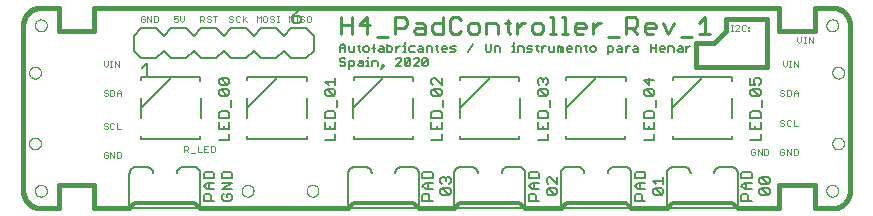
<source format=gto>
G75*
%MOIN*%
%OFA0B0*%
%FSLAX25Y25*%
%IPPOS*%
%LPD*%
%AMOC8*
5,1,8,0,0,1.08239X$1,22.5*
%
%ADD10C,0.01600*%
%ADD11C,0.00000*%
%ADD12C,0.01200*%
%ADD13C,0.00500*%
%ADD14C,0.01000*%
%ADD15C,0.00600*%
%ADD16C,0.00400*%
%ADD17C,0.00800*%
D10*
X0049997Y0025656D02*
X0055902Y0025656D01*
X0055902Y0033530D01*
X0067713Y0033530D01*
X0067713Y0025656D01*
X0079524Y0025656D01*
X0103146Y0025656D02*
X0152359Y0025656D01*
X0175981Y0025656D02*
X0187792Y0025656D01*
X0211414Y0025656D02*
X0223225Y0025656D01*
X0246847Y0025656D02*
X0258658Y0025656D01*
X0282280Y0025656D02*
X0296060Y0025656D01*
X0296060Y0033530D01*
X0307871Y0033530D01*
X0307871Y0025656D01*
X0313776Y0025656D01*
X0313776Y0025655D02*
X0313928Y0025657D01*
X0314080Y0025663D01*
X0314232Y0025673D01*
X0314383Y0025686D01*
X0314534Y0025704D01*
X0314685Y0025725D01*
X0314835Y0025751D01*
X0314984Y0025780D01*
X0315133Y0025813D01*
X0315280Y0025850D01*
X0315427Y0025890D01*
X0315572Y0025935D01*
X0315716Y0025983D01*
X0315859Y0026035D01*
X0316001Y0026090D01*
X0316141Y0026149D01*
X0316280Y0026212D01*
X0316417Y0026278D01*
X0316552Y0026348D01*
X0316685Y0026421D01*
X0316816Y0026498D01*
X0316946Y0026578D01*
X0317073Y0026661D01*
X0317198Y0026747D01*
X0317321Y0026837D01*
X0317441Y0026930D01*
X0317559Y0027026D01*
X0317675Y0027125D01*
X0317788Y0027227D01*
X0317898Y0027331D01*
X0318006Y0027439D01*
X0318110Y0027549D01*
X0318212Y0027662D01*
X0318311Y0027778D01*
X0318407Y0027896D01*
X0318500Y0028016D01*
X0318590Y0028139D01*
X0318676Y0028264D01*
X0318759Y0028391D01*
X0318839Y0028521D01*
X0318916Y0028652D01*
X0318989Y0028785D01*
X0319059Y0028920D01*
X0319125Y0029057D01*
X0319188Y0029196D01*
X0319247Y0029336D01*
X0319302Y0029478D01*
X0319354Y0029621D01*
X0319402Y0029765D01*
X0319447Y0029910D01*
X0319487Y0030057D01*
X0319524Y0030204D01*
X0319557Y0030353D01*
X0319586Y0030502D01*
X0319612Y0030652D01*
X0319633Y0030803D01*
X0319651Y0030954D01*
X0319664Y0031105D01*
X0319674Y0031257D01*
X0319680Y0031409D01*
X0319682Y0031561D01*
X0319682Y0086679D01*
X0319680Y0086831D01*
X0319674Y0086983D01*
X0319664Y0087135D01*
X0319651Y0087286D01*
X0319633Y0087437D01*
X0319612Y0087588D01*
X0319586Y0087738D01*
X0319557Y0087887D01*
X0319524Y0088036D01*
X0319487Y0088183D01*
X0319447Y0088330D01*
X0319402Y0088475D01*
X0319354Y0088619D01*
X0319302Y0088762D01*
X0319247Y0088904D01*
X0319188Y0089044D01*
X0319125Y0089183D01*
X0319059Y0089320D01*
X0318989Y0089455D01*
X0318916Y0089588D01*
X0318839Y0089719D01*
X0318759Y0089849D01*
X0318676Y0089976D01*
X0318590Y0090101D01*
X0318500Y0090224D01*
X0318407Y0090344D01*
X0318311Y0090462D01*
X0318212Y0090578D01*
X0318110Y0090691D01*
X0318006Y0090801D01*
X0317898Y0090909D01*
X0317788Y0091013D01*
X0317675Y0091115D01*
X0317559Y0091214D01*
X0317441Y0091310D01*
X0317321Y0091403D01*
X0317198Y0091493D01*
X0317073Y0091579D01*
X0316946Y0091662D01*
X0316816Y0091742D01*
X0316685Y0091819D01*
X0316552Y0091892D01*
X0316417Y0091962D01*
X0316280Y0092028D01*
X0316141Y0092091D01*
X0316001Y0092150D01*
X0315859Y0092205D01*
X0315716Y0092257D01*
X0315572Y0092305D01*
X0315427Y0092350D01*
X0315280Y0092390D01*
X0315133Y0092427D01*
X0314984Y0092460D01*
X0314835Y0092489D01*
X0314685Y0092515D01*
X0314534Y0092536D01*
X0314383Y0092554D01*
X0314232Y0092567D01*
X0314080Y0092577D01*
X0313928Y0092583D01*
X0313776Y0092585D01*
X0307871Y0092585D01*
X0307871Y0084711D01*
X0296060Y0084711D01*
X0296060Y0092585D01*
X0067713Y0092585D01*
X0067713Y0084711D01*
X0055902Y0084711D01*
X0055902Y0092585D01*
X0049997Y0092585D01*
X0049845Y0092583D01*
X0049693Y0092577D01*
X0049541Y0092567D01*
X0049390Y0092554D01*
X0049239Y0092536D01*
X0049088Y0092515D01*
X0048938Y0092489D01*
X0048789Y0092460D01*
X0048640Y0092427D01*
X0048493Y0092390D01*
X0048346Y0092350D01*
X0048201Y0092305D01*
X0048057Y0092257D01*
X0047914Y0092205D01*
X0047772Y0092150D01*
X0047632Y0092091D01*
X0047493Y0092028D01*
X0047356Y0091962D01*
X0047221Y0091892D01*
X0047088Y0091819D01*
X0046957Y0091742D01*
X0046827Y0091662D01*
X0046700Y0091579D01*
X0046575Y0091493D01*
X0046452Y0091403D01*
X0046332Y0091310D01*
X0046214Y0091214D01*
X0046098Y0091115D01*
X0045985Y0091013D01*
X0045875Y0090909D01*
X0045767Y0090801D01*
X0045663Y0090691D01*
X0045561Y0090578D01*
X0045462Y0090462D01*
X0045366Y0090344D01*
X0045273Y0090224D01*
X0045183Y0090101D01*
X0045097Y0089976D01*
X0045014Y0089849D01*
X0044934Y0089719D01*
X0044857Y0089588D01*
X0044784Y0089455D01*
X0044714Y0089320D01*
X0044648Y0089183D01*
X0044585Y0089044D01*
X0044526Y0088904D01*
X0044471Y0088762D01*
X0044419Y0088619D01*
X0044371Y0088475D01*
X0044326Y0088330D01*
X0044286Y0088183D01*
X0044249Y0088036D01*
X0044216Y0087887D01*
X0044187Y0087738D01*
X0044161Y0087588D01*
X0044140Y0087437D01*
X0044122Y0087286D01*
X0044109Y0087135D01*
X0044099Y0086983D01*
X0044093Y0086831D01*
X0044091Y0086679D01*
X0044091Y0031561D01*
X0044093Y0031409D01*
X0044099Y0031257D01*
X0044109Y0031105D01*
X0044122Y0030954D01*
X0044140Y0030803D01*
X0044161Y0030652D01*
X0044187Y0030502D01*
X0044216Y0030353D01*
X0044249Y0030204D01*
X0044286Y0030057D01*
X0044326Y0029910D01*
X0044371Y0029765D01*
X0044419Y0029621D01*
X0044471Y0029478D01*
X0044526Y0029336D01*
X0044585Y0029196D01*
X0044648Y0029057D01*
X0044714Y0028920D01*
X0044784Y0028785D01*
X0044857Y0028652D01*
X0044934Y0028521D01*
X0045014Y0028391D01*
X0045097Y0028264D01*
X0045183Y0028139D01*
X0045273Y0028016D01*
X0045366Y0027896D01*
X0045462Y0027778D01*
X0045561Y0027662D01*
X0045663Y0027549D01*
X0045767Y0027439D01*
X0045875Y0027331D01*
X0045985Y0027227D01*
X0046098Y0027125D01*
X0046214Y0027026D01*
X0046332Y0026930D01*
X0046452Y0026837D01*
X0046575Y0026747D01*
X0046700Y0026661D01*
X0046827Y0026578D01*
X0046957Y0026498D01*
X0047088Y0026421D01*
X0047221Y0026348D01*
X0047356Y0026278D01*
X0047493Y0026212D01*
X0047632Y0026149D01*
X0047772Y0026090D01*
X0047914Y0026035D01*
X0048057Y0025983D01*
X0048201Y0025935D01*
X0048346Y0025890D01*
X0048493Y0025850D01*
X0048640Y0025813D01*
X0048789Y0025780D01*
X0048938Y0025751D01*
X0049088Y0025725D01*
X0049239Y0025704D01*
X0049390Y0025686D01*
X0049541Y0025673D01*
X0049693Y0025663D01*
X0049845Y0025657D01*
X0049997Y0025655D01*
X0268501Y0072900D02*
X0268501Y0080774D01*
X0274406Y0080774D01*
X0278343Y0084711D01*
X0278343Y0088648D01*
X0292123Y0088648D01*
X0292123Y0072900D01*
X0268501Y0072900D01*
D11*
X0311807Y0086679D02*
X0311809Y0086767D01*
X0311815Y0086855D01*
X0311825Y0086943D01*
X0311839Y0087031D01*
X0311856Y0087117D01*
X0311878Y0087203D01*
X0311903Y0087287D01*
X0311933Y0087371D01*
X0311965Y0087453D01*
X0312002Y0087533D01*
X0312042Y0087612D01*
X0312086Y0087689D01*
X0312133Y0087764D01*
X0312183Y0087836D01*
X0312237Y0087907D01*
X0312293Y0087974D01*
X0312353Y0088040D01*
X0312415Y0088102D01*
X0312481Y0088162D01*
X0312548Y0088218D01*
X0312619Y0088272D01*
X0312691Y0088322D01*
X0312766Y0088369D01*
X0312843Y0088413D01*
X0312922Y0088453D01*
X0313002Y0088490D01*
X0313084Y0088522D01*
X0313168Y0088552D01*
X0313252Y0088577D01*
X0313338Y0088599D01*
X0313424Y0088616D01*
X0313512Y0088630D01*
X0313600Y0088640D01*
X0313688Y0088646D01*
X0313776Y0088648D01*
X0313864Y0088646D01*
X0313952Y0088640D01*
X0314040Y0088630D01*
X0314128Y0088616D01*
X0314214Y0088599D01*
X0314300Y0088577D01*
X0314384Y0088552D01*
X0314468Y0088522D01*
X0314550Y0088490D01*
X0314630Y0088453D01*
X0314709Y0088413D01*
X0314786Y0088369D01*
X0314861Y0088322D01*
X0314933Y0088272D01*
X0315004Y0088218D01*
X0315071Y0088162D01*
X0315137Y0088102D01*
X0315199Y0088040D01*
X0315259Y0087974D01*
X0315315Y0087907D01*
X0315369Y0087836D01*
X0315419Y0087764D01*
X0315466Y0087689D01*
X0315510Y0087612D01*
X0315550Y0087533D01*
X0315587Y0087453D01*
X0315619Y0087371D01*
X0315649Y0087287D01*
X0315674Y0087203D01*
X0315696Y0087117D01*
X0315713Y0087031D01*
X0315727Y0086943D01*
X0315737Y0086855D01*
X0315743Y0086767D01*
X0315745Y0086679D01*
X0315743Y0086591D01*
X0315737Y0086503D01*
X0315727Y0086415D01*
X0315713Y0086327D01*
X0315696Y0086241D01*
X0315674Y0086155D01*
X0315649Y0086071D01*
X0315619Y0085987D01*
X0315587Y0085905D01*
X0315550Y0085825D01*
X0315510Y0085746D01*
X0315466Y0085669D01*
X0315419Y0085594D01*
X0315369Y0085522D01*
X0315315Y0085451D01*
X0315259Y0085384D01*
X0315199Y0085318D01*
X0315137Y0085256D01*
X0315071Y0085196D01*
X0315004Y0085140D01*
X0314933Y0085086D01*
X0314861Y0085036D01*
X0314786Y0084989D01*
X0314709Y0084945D01*
X0314630Y0084905D01*
X0314550Y0084868D01*
X0314468Y0084836D01*
X0314384Y0084806D01*
X0314300Y0084781D01*
X0314214Y0084759D01*
X0314128Y0084742D01*
X0314040Y0084728D01*
X0313952Y0084718D01*
X0313864Y0084712D01*
X0313776Y0084710D01*
X0313688Y0084712D01*
X0313600Y0084718D01*
X0313512Y0084728D01*
X0313424Y0084742D01*
X0313338Y0084759D01*
X0313252Y0084781D01*
X0313168Y0084806D01*
X0313084Y0084836D01*
X0313002Y0084868D01*
X0312922Y0084905D01*
X0312843Y0084945D01*
X0312766Y0084989D01*
X0312691Y0085036D01*
X0312619Y0085086D01*
X0312548Y0085140D01*
X0312481Y0085196D01*
X0312415Y0085256D01*
X0312353Y0085318D01*
X0312293Y0085384D01*
X0312237Y0085451D01*
X0312183Y0085522D01*
X0312133Y0085594D01*
X0312086Y0085669D01*
X0312042Y0085746D01*
X0312002Y0085825D01*
X0311965Y0085905D01*
X0311933Y0085987D01*
X0311903Y0086071D01*
X0311878Y0086155D01*
X0311856Y0086241D01*
X0311839Y0086327D01*
X0311825Y0086415D01*
X0311815Y0086503D01*
X0311809Y0086591D01*
X0311807Y0086679D01*
X0313776Y0070931D02*
X0313778Y0071019D01*
X0313784Y0071107D01*
X0313794Y0071195D01*
X0313808Y0071283D01*
X0313825Y0071369D01*
X0313847Y0071455D01*
X0313872Y0071539D01*
X0313902Y0071623D01*
X0313934Y0071705D01*
X0313971Y0071785D01*
X0314011Y0071864D01*
X0314055Y0071941D01*
X0314102Y0072016D01*
X0314152Y0072088D01*
X0314206Y0072159D01*
X0314262Y0072226D01*
X0314322Y0072292D01*
X0314384Y0072354D01*
X0314450Y0072414D01*
X0314517Y0072470D01*
X0314588Y0072524D01*
X0314660Y0072574D01*
X0314735Y0072621D01*
X0314812Y0072665D01*
X0314891Y0072705D01*
X0314971Y0072742D01*
X0315053Y0072774D01*
X0315137Y0072804D01*
X0315221Y0072829D01*
X0315307Y0072851D01*
X0315393Y0072868D01*
X0315481Y0072882D01*
X0315569Y0072892D01*
X0315657Y0072898D01*
X0315745Y0072900D01*
X0315833Y0072898D01*
X0315921Y0072892D01*
X0316009Y0072882D01*
X0316097Y0072868D01*
X0316183Y0072851D01*
X0316269Y0072829D01*
X0316353Y0072804D01*
X0316437Y0072774D01*
X0316519Y0072742D01*
X0316599Y0072705D01*
X0316678Y0072665D01*
X0316755Y0072621D01*
X0316830Y0072574D01*
X0316902Y0072524D01*
X0316973Y0072470D01*
X0317040Y0072414D01*
X0317106Y0072354D01*
X0317168Y0072292D01*
X0317228Y0072226D01*
X0317284Y0072159D01*
X0317338Y0072088D01*
X0317388Y0072016D01*
X0317435Y0071941D01*
X0317479Y0071864D01*
X0317519Y0071785D01*
X0317556Y0071705D01*
X0317588Y0071623D01*
X0317618Y0071539D01*
X0317643Y0071455D01*
X0317665Y0071369D01*
X0317682Y0071283D01*
X0317696Y0071195D01*
X0317706Y0071107D01*
X0317712Y0071019D01*
X0317714Y0070931D01*
X0317712Y0070843D01*
X0317706Y0070755D01*
X0317696Y0070667D01*
X0317682Y0070579D01*
X0317665Y0070493D01*
X0317643Y0070407D01*
X0317618Y0070323D01*
X0317588Y0070239D01*
X0317556Y0070157D01*
X0317519Y0070077D01*
X0317479Y0069998D01*
X0317435Y0069921D01*
X0317388Y0069846D01*
X0317338Y0069774D01*
X0317284Y0069703D01*
X0317228Y0069636D01*
X0317168Y0069570D01*
X0317106Y0069508D01*
X0317040Y0069448D01*
X0316973Y0069392D01*
X0316902Y0069338D01*
X0316830Y0069288D01*
X0316755Y0069241D01*
X0316678Y0069197D01*
X0316599Y0069157D01*
X0316519Y0069120D01*
X0316437Y0069088D01*
X0316353Y0069058D01*
X0316269Y0069033D01*
X0316183Y0069011D01*
X0316097Y0068994D01*
X0316009Y0068980D01*
X0315921Y0068970D01*
X0315833Y0068964D01*
X0315745Y0068962D01*
X0315657Y0068964D01*
X0315569Y0068970D01*
X0315481Y0068980D01*
X0315393Y0068994D01*
X0315307Y0069011D01*
X0315221Y0069033D01*
X0315137Y0069058D01*
X0315053Y0069088D01*
X0314971Y0069120D01*
X0314891Y0069157D01*
X0314812Y0069197D01*
X0314735Y0069241D01*
X0314660Y0069288D01*
X0314588Y0069338D01*
X0314517Y0069392D01*
X0314450Y0069448D01*
X0314384Y0069508D01*
X0314322Y0069570D01*
X0314262Y0069636D01*
X0314206Y0069703D01*
X0314152Y0069774D01*
X0314102Y0069846D01*
X0314055Y0069921D01*
X0314011Y0069998D01*
X0313971Y0070077D01*
X0313934Y0070157D01*
X0313902Y0070239D01*
X0313872Y0070323D01*
X0313847Y0070407D01*
X0313825Y0070493D01*
X0313808Y0070579D01*
X0313794Y0070667D01*
X0313784Y0070755D01*
X0313778Y0070843D01*
X0313776Y0070931D01*
X0313776Y0047309D02*
X0313778Y0047397D01*
X0313784Y0047485D01*
X0313794Y0047573D01*
X0313808Y0047661D01*
X0313825Y0047747D01*
X0313847Y0047833D01*
X0313872Y0047917D01*
X0313902Y0048001D01*
X0313934Y0048083D01*
X0313971Y0048163D01*
X0314011Y0048242D01*
X0314055Y0048319D01*
X0314102Y0048394D01*
X0314152Y0048466D01*
X0314206Y0048537D01*
X0314262Y0048604D01*
X0314322Y0048670D01*
X0314384Y0048732D01*
X0314450Y0048792D01*
X0314517Y0048848D01*
X0314588Y0048902D01*
X0314660Y0048952D01*
X0314735Y0048999D01*
X0314812Y0049043D01*
X0314891Y0049083D01*
X0314971Y0049120D01*
X0315053Y0049152D01*
X0315137Y0049182D01*
X0315221Y0049207D01*
X0315307Y0049229D01*
X0315393Y0049246D01*
X0315481Y0049260D01*
X0315569Y0049270D01*
X0315657Y0049276D01*
X0315745Y0049278D01*
X0315833Y0049276D01*
X0315921Y0049270D01*
X0316009Y0049260D01*
X0316097Y0049246D01*
X0316183Y0049229D01*
X0316269Y0049207D01*
X0316353Y0049182D01*
X0316437Y0049152D01*
X0316519Y0049120D01*
X0316599Y0049083D01*
X0316678Y0049043D01*
X0316755Y0048999D01*
X0316830Y0048952D01*
X0316902Y0048902D01*
X0316973Y0048848D01*
X0317040Y0048792D01*
X0317106Y0048732D01*
X0317168Y0048670D01*
X0317228Y0048604D01*
X0317284Y0048537D01*
X0317338Y0048466D01*
X0317388Y0048394D01*
X0317435Y0048319D01*
X0317479Y0048242D01*
X0317519Y0048163D01*
X0317556Y0048083D01*
X0317588Y0048001D01*
X0317618Y0047917D01*
X0317643Y0047833D01*
X0317665Y0047747D01*
X0317682Y0047661D01*
X0317696Y0047573D01*
X0317706Y0047485D01*
X0317712Y0047397D01*
X0317714Y0047309D01*
X0317712Y0047221D01*
X0317706Y0047133D01*
X0317696Y0047045D01*
X0317682Y0046957D01*
X0317665Y0046871D01*
X0317643Y0046785D01*
X0317618Y0046701D01*
X0317588Y0046617D01*
X0317556Y0046535D01*
X0317519Y0046455D01*
X0317479Y0046376D01*
X0317435Y0046299D01*
X0317388Y0046224D01*
X0317338Y0046152D01*
X0317284Y0046081D01*
X0317228Y0046014D01*
X0317168Y0045948D01*
X0317106Y0045886D01*
X0317040Y0045826D01*
X0316973Y0045770D01*
X0316902Y0045716D01*
X0316830Y0045666D01*
X0316755Y0045619D01*
X0316678Y0045575D01*
X0316599Y0045535D01*
X0316519Y0045498D01*
X0316437Y0045466D01*
X0316353Y0045436D01*
X0316269Y0045411D01*
X0316183Y0045389D01*
X0316097Y0045372D01*
X0316009Y0045358D01*
X0315921Y0045348D01*
X0315833Y0045342D01*
X0315745Y0045340D01*
X0315657Y0045342D01*
X0315569Y0045348D01*
X0315481Y0045358D01*
X0315393Y0045372D01*
X0315307Y0045389D01*
X0315221Y0045411D01*
X0315137Y0045436D01*
X0315053Y0045466D01*
X0314971Y0045498D01*
X0314891Y0045535D01*
X0314812Y0045575D01*
X0314735Y0045619D01*
X0314660Y0045666D01*
X0314588Y0045716D01*
X0314517Y0045770D01*
X0314450Y0045826D01*
X0314384Y0045886D01*
X0314322Y0045948D01*
X0314262Y0046014D01*
X0314206Y0046081D01*
X0314152Y0046152D01*
X0314102Y0046224D01*
X0314055Y0046299D01*
X0314011Y0046376D01*
X0313971Y0046455D01*
X0313934Y0046535D01*
X0313902Y0046617D01*
X0313872Y0046701D01*
X0313847Y0046785D01*
X0313825Y0046871D01*
X0313808Y0046957D01*
X0313794Y0047045D01*
X0313784Y0047133D01*
X0313778Y0047221D01*
X0313776Y0047309D01*
X0311807Y0031561D02*
X0311809Y0031649D01*
X0311815Y0031737D01*
X0311825Y0031825D01*
X0311839Y0031913D01*
X0311856Y0031999D01*
X0311878Y0032085D01*
X0311903Y0032169D01*
X0311933Y0032253D01*
X0311965Y0032335D01*
X0312002Y0032415D01*
X0312042Y0032494D01*
X0312086Y0032571D01*
X0312133Y0032646D01*
X0312183Y0032718D01*
X0312237Y0032789D01*
X0312293Y0032856D01*
X0312353Y0032922D01*
X0312415Y0032984D01*
X0312481Y0033044D01*
X0312548Y0033100D01*
X0312619Y0033154D01*
X0312691Y0033204D01*
X0312766Y0033251D01*
X0312843Y0033295D01*
X0312922Y0033335D01*
X0313002Y0033372D01*
X0313084Y0033404D01*
X0313168Y0033434D01*
X0313252Y0033459D01*
X0313338Y0033481D01*
X0313424Y0033498D01*
X0313512Y0033512D01*
X0313600Y0033522D01*
X0313688Y0033528D01*
X0313776Y0033530D01*
X0313864Y0033528D01*
X0313952Y0033522D01*
X0314040Y0033512D01*
X0314128Y0033498D01*
X0314214Y0033481D01*
X0314300Y0033459D01*
X0314384Y0033434D01*
X0314468Y0033404D01*
X0314550Y0033372D01*
X0314630Y0033335D01*
X0314709Y0033295D01*
X0314786Y0033251D01*
X0314861Y0033204D01*
X0314933Y0033154D01*
X0315004Y0033100D01*
X0315071Y0033044D01*
X0315137Y0032984D01*
X0315199Y0032922D01*
X0315259Y0032856D01*
X0315315Y0032789D01*
X0315369Y0032718D01*
X0315419Y0032646D01*
X0315466Y0032571D01*
X0315510Y0032494D01*
X0315550Y0032415D01*
X0315587Y0032335D01*
X0315619Y0032253D01*
X0315649Y0032169D01*
X0315674Y0032085D01*
X0315696Y0031999D01*
X0315713Y0031913D01*
X0315727Y0031825D01*
X0315737Y0031737D01*
X0315743Y0031649D01*
X0315745Y0031561D01*
X0315743Y0031473D01*
X0315737Y0031385D01*
X0315727Y0031297D01*
X0315713Y0031209D01*
X0315696Y0031123D01*
X0315674Y0031037D01*
X0315649Y0030953D01*
X0315619Y0030869D01*
X0315587Y0030787D01*
X0315550Y0030707D01*
X0315510Y0030628D01*
X0315466Y0030551D01*
X0315419Y0030476D01*
X0315369Y0030404D01*
X0315315Y0030333D01*
X0315259Y0030266D01*
X0315199Y0030200D01*
X0315137Y0030138D01*
X0315071Y0030078D01*
X0315004Y0030022D01*
X0314933Y0029968D01*
X0314861Y0029918D01*
X0314786Y0029871D01*
X0314709Y0029827D01*
X0314630Y0029787D01*
X0314550Y0029750D01*
X0314468Y0029718D01*
X0314384Y0029688D01*
X0314300Y0029663D01*
X0314214Y0029641D01*
X0314128Y0029624D01*
X0314040Y0029610D01*
X0313952Y0029600D01*
X0313864Y0029594D01*
X0313776Y0029592D01*
X0313688Y0029594D01*
X0313600Y0029600D01*
X0313512Y0029610D01*
X0313424Y0029624D01*
X0313338Y0029641D01*
X0313252Y0029663D01*
X0313168Y0029688D01*
X0313084Y0029718D01*
X0313002Y0029750D01*
X0312922Y0029787D01*
X0312843Y0029827D01*
X0312766Y0029871D01*
X0312691Y0029918D01*
X0312619Y0029968D01*
X0312548Y0030022D01*
X0312481Y0030078D01*
X0312415Y0030138D01*
X0312353Y0030200D01*
X0312293Y0030266D01*
X0312237Y0030333D01*
X0312183Y0030404D01*
X0312133Y0030476D01*
X0312086Y0030551D01*
X0312042Y0030628D01*
X0312002Y0030707D01*
X0311965Y0030787D01*
X0311933Y0030869D01*
X0311903Y0030953D01*
X0311878Y0031037D01*
X0311856Y0031123D01*
X0311839Y0031209D01*
X0311825Y0031297D01*
X0311815Y0031385D01*
X0311809Y0031473D01*
X0311807Y0031561D01*
X0138579Y0031561D02*
X0138581Y0031649D01*
X0138587Y0031737D01*
X0138597Y0031825D01*
X0138611Y0031913D01*
X0138628Y0031999D01*
X0138650Y0032085D01*
X0138675Y0032169D01*
X0138705Y0032253D01*
X0138737Y0032335D01*
X0138774Y0032415D01*
X0138814Y0032494D01*
X0138858Y0032571D01*
X0138905Y0032646D01*
X0138955Y0032718D01*
X0139009Y0032789D01*
X0139065Y0032856D01*
X0139125Y0032922D01*
X0139187Y0032984D01*
X0139253Y0033044D01*
X0139320Y0033100D01*
X0139391Y0033154D01*
X0139463Y0033204D01*
X0139538Y0033251D01*
X0139615Y0033295D01*
X0139694Y0033335D01*
X0139774Y0033372D01*
X0139856Y0033404D01*
X0139940Y0033434D01*
X0140024Y0033459D01*
X0140110Y0033481D01*
X0140196Y0033498D01*
X0140284Y0033512D01*
X0140372Y0033522D01*
X0140460Y0033528D01*
X0140548Y0033530D01*
X0140636Y0033528D01*
X0140724Y0033522D01*
X0140812Y0033512D01*
X0140900Y0033498D01*
X0140986Y0033481D01*
X0141072Y0033459D01*
X0141156Y0033434D01*
X0141240Y0033404D01*
X0141322Y0033372D01*
X0141402Y0033335D01*
X0141481Y0033295D01*
X0141558Y0033251D01*
X0141633Y0033204D01*
X0141705Y0033154D01*
X0141776Y0033100D01*
X0141843Y0033044D01*
X0141909Y0032984D01*
X0141971Y0032922D01*
X0142031Y0032856D01*
X0142087Y0032789D01*
X0142141Y0032718D01*
X0142191Y0032646D01*
X0142238Y0032571D01*
X0142282Y0032494D01*
X0142322Y0032415D01*
X0142359Y0032335D01*
X0142391Y0032253D01*
X0142421Y0032169D01*
X0142446Y0032085D01*
X0142468Y0031999D01*
X0142485Y0031913D01*
X0142499Y0031825D01*
X0142509Y0031737D01*
X0142515Y0031649D01*
X0142517Y0031561D01*
X0142515Y0031473D01*
X0142509Y0031385D01*
X0142499Y0031297D01*
X0142485Y0031209D01*
X0142468Y0031123D01*
X0142446Y0031037D01*
X0142421Y0030953D01*
X0142391Y0030869D01*
X0142359Y0030787D01*
X0142322Y0030707D01*
X0142282Y0030628D01*
X0142238Y0030551D01*
X0142191Y0030476D01*
X0142141Y0030404D01*
X0142087Y0030333D01*
X0142031Y0030266D01*
X0141971Y0030200D01*
X0141909Y0030138D01*
X0141843Y0030078D01*
X0141776Y0030022D01*
X0141705Y0029968D01*
X0141633Y0029918D01*
X0141558Y0029871D01*
X0141481Y0029827D01*
X0141402Y0029787D01*
X0141322Y0029750D01*
X0141240Y0029718D01*
X0141156Y0029688D01*
X0141072Y0029663D01*
X0140986Y0029641D01*
X0140900Y0029624D01*
X0140812Y0029610D01*
X0140724Y0029600D01*
X0140636Y0029594D01*
X0140548Y0029592D01*
X0140460Y0029594D01*
X0140372Y0029600D01*
X0140284Y0029610D01*
X0140196Y0029624D01*
X0140110Y0029641D01*
X0140024Y0029663D01*
X0139940Y0029688D01*
X0139856Y0029718D01*
X0139774Y0029750D01*
X0139694Y0029787D01*
X0139615Y0029827D01*
X0139538Y0029871D01*
X0139463Y0029918D01*
X0139391Y0029968D01*
X0139320Y0030022D01*
X0139253Y0030078D01*
X0139187Y0030138D01*
X0139125Y0030200D01*
X0139065Y0030266D01*
X0139009Y0030333D01*
X0138955Y0030404D01*
X0138905Y0030476D01*
X0138858Y0030551D01*
X0138814Y0030628D01*
X0138774Y0030707D01*
X0138737Y0030787D01*
X0138705Y0030869D01*
X0138675Y0030953D01*
X0138650Y0031037D01*
X0138628Y0031123D01*
X0138611Y0031209D01*
X0138597Y0031297D01*
X0138587Y0031385D01*
X0138581Y0031473D01*
X0138579Y0031561D01*
X0116925Y0031561D02*
X0116927Y0031649D01*
X0116933Y0031737D01*
X0116943Y0031825D01*
X0116957Y0031913D01*
X0116974Y0031999D01*
X0116996Y0032085D01*
X0117021Y0032169D01*
X0117051Y0032253D01*
X0117083Y0032335D01*
X0117120Y0032415D01*
X0117160Y0032494D01*
X0117204Y0032571D01*
X0117251Y0032646D01*
X0117301Y0032718D01*
X0117355Y0032789D01*
X0117411Y0032856D01*
X0117471Y0032922D01*
X0117533Y0032984D01*
X0117599Y0033044D01*
X0117666Y0033100D01*
X0117737Y0033154D01*
X0117809Y0033204D01*
X0117884Y0033251D01*
X0117961Y0033295D01*
X0118040Y0033335D01*
X0118120Y0033372D01*
X0118202Y0033404D01*
X0118286Y0033434D01*
X0118370Y0033459D01*
X0118456Y0033481D01*
X0118542Y0033498D01*
X0118630Y0033512D01*
X0118718Y0033522D01*
X0118806Y0033528D01*
X0118894Y0033530D01*
X0118982Y0033528D01*
X0119070Y0033522D01*
X0119158Y0033512D01*
X0119246Y0033498D01*
X0119332Y0033481D01*
X0119418Y0033459D01*
X0119502Y0033434D01*
X0119586Y0033404D01*
X0119668Y0033372D01*
X0119748Y0033335D01*
X0119827Y0033295D01*
X0119904Y0033251D01*
X0119979Y0033204D01*
X0120051Y0033154D01*
X0120122Y0033100D01*
X0120189Y0033044D01*
X0120255Y0032984D01*
X0120317Y0032922D01*
X0120377Y0032856D01*
X0120433Y0032789D01*
X0120487Y0032718D01*
X0120537Y0032646D01*
X0120584Y0032571D01*
X0120628Y0032494D01*
X0120668Y0032415D01*
X0120705Y0032335D01*
X0120737Y0032253D01*
X0120767Y0032169D01*
X0120792Y0032085D01*
X0120814Y0031999D01*
X0120831Y0031913D01*
X0120845Y0031825D01*
X0120855Y0031737D01*
X0120861Y0031649D01*
X0120863Y0031561D01*
X0120861Y0031473D01*
X0120855Y0031385D01*
X0120845Y0031297D01*
X0120831Y0031209D01*
X0120814Y0031123D01*
X0120792Y0031037D01*
X0120767Y0030953D01*
X0120737Y0030869D01*
X0120705Y0030787D01*
X0120668Y0030707D01*
X0120628Y0030628D01*
X0120584Y0030551D01*
X0120537Y0030476D01*
X0120487Y0030404D01*
X0120433Y0030333D01*
X0120377Y0030266D01*
X0120317Y0030200D01*
X0120255Y0030138D01*
X0120189Y0030078D01*
X0120122Y0030022D01*
X0120051Y0029968D01*
X0119979Y0029918D01*
X0119904Y0029871D01*
X0119827Y0029827D01*
X0119748Y0029787D01*
X0119668Y0029750D01*
X0119586Y0029718D01*
X0119502Y0029688D01*
X0119418Y0029663D01*
X0119332Y0029641D01*
X0119246Y0029624D01*
X0119158Y0029610D01*
X0119070Y0029600D01*
X0118982Y0029594D01*
X0118894Y0029592D01*
X0118806Y0029594D01*
X0118718Y0029600D01*
X0118630Y0029610D01*
X0118542Y0029624D01*
X0118456Y0029641D01*
X0118370Y0029663D01*
X0118286Y0029688D01*
X0118202Y0029718D01*
X0118120Y0029750D01*
X0118040Y0029787D01*
X0117961Y0029827D01*
X0117884Y0029871D01*
X0117809Y0029918D01*
X0117737Y0029968D01*
X0117666Y0030022D01*
X0117599Y0030078D01*
X0117533Y0030138D01*
X0117471Y0030200D01*
X0117411Y0030266D01*
X0117355Y0030333D01*
X0117301Y0030404D01*
X0117251Y0030476D01*
X0117204Y0030551D01*
X0117160Y0030628D01*
X0117120Y0030707D01*
X0117083Y0030787D01*
X0117051Y0030869D01*
X0117021Y0030953D01*
X0116996Y0031037D01*
X0116974Y0031123D01*
X0116957Y0031209D01*
X0116943Y0031297D01*
X0116933Y0031385D01*
X0116927Y0031473D01*
X0116925Y0031561D01*
X0048028Y0031561D02*
X0048030Y0031649D01*
X0048036Y0031737D01*
X0048046Y0031825D01*
X0048060Y0031913D01*
X0048077Y0031999D01*
X0048099Y0032085D01*
X0048124Y0032169D01*
X0048154Y0032253D01*
X0048186Y0032335D01*
X0048223Y0032415D01*
X0048263Y0032494D01*
X0048307Y0032571D01*
X0048354Y0032646D01*
X0048404Y0032718D01*
X0048458Y0032789D01*
X0048514Y0032856D01*
X0048574Y0032922D01*
X0048636Y0032984D01*
X0048702Y0033044D01*
X0048769Y0033100D01*
X0048840Y0033154D01*
X0048912Y0033204D01*
X0048987Y0033251D01*
X0049064Y0033295D01*
X0049143Y0033335D01*
X0049223Y0033372D01*
X0049305Y0033404D01*
X0049389Y0033434D01*
X0049473Y0033459D01*
X0049559Y0033481D01*
X0049645Y0033498D01*
X0049733Y0033512D01*
X0049821Y0033522D01*
X0049909Y0033528D01*
X0049997Y0033530D01*
X0050085Y0033528D01*
X0050173Y0033522D01*
X0050261Y0033512D01*
X0050349Y0033498D01*
X0050435Y0033481D01*
X0050521Y0033459D01*
X0050605Y0033434D01*
X0050689Y0033404D01*
X0050771Y0033372D01*
X0050851Y0033335D01*
X0050930Y0033295D01*
X0051007Y0033251D01*
X0051082Y0033204D01*
X0051154Y0033154D01*
X0051225Y0033100D01*
X0051292Y0033044D01*
X0051358Y0032984D01*
X0051420Y0032922D01*
X0051480Y0032856D01*
X0051536Y0032789D01*
X0051590Y0032718D01*
X0051640Y0032646D01*
X0051687Y0032571D01*
X0051731Y0032494D01*
X0051771Y0032415D01*
X0051808Y0032335D01*
X0051840Y0032253D01*
X0051870Y0032169D01*
X0051895Y0032085D01*
X0051917Y0031999D01*
X0051934Y0031913D01*
X0051948Y0031825D01*
X0051958Y0031737D01*
X0051964Y0031649D01*
X0051966Y0031561D01*
X0051964Y0031473D01*
X0051958Y0031385D01*
X0051948Y0031297D01*
X0051934Y0031209D01*
X0051917Y0031123D01*
X0051895Y0031037D01*
X0051870Y0030953D01*
X0051840Y0030869D01*
X0051808Y0030787D01*
X0051771Y0030707D01*
X0051731Y0030628D01*
X0051687Y0030551D01*
X0051640Y0030476D01*
X0051590Y0030404D01*
X0051536Y0030333D01*
X0051480Y0030266D01*
X0051420Y0030200D01*
X0051358Y0030138D01*
X0051292Y0030078D01*
X0051225Y0030022D01*
X0051154Y0029968D01*
X0051082Y0029918D01*
X0051007Y0029871D01*
X0050930Y0029827D01*
X0050851Y0029787D01*
X0050771Y0029750D01*
X0050689Y0029718D01*
X0050605Y0029688D01*
X0050521Y0029663D01*
X0050435Y0029641D01*
X0050349Y0029624D01*
X0050261Y0029610D01*
X0050173Y0029600D01*
X0050085Y0029594D01*
X0049997Y0029592D01*
X0049909Y0029594D01*
X0049821Y0029600D01*
X0049733Y0029610D01*
X0049645Y0029624D01*
X0049559Y0029641D01*
X0049473Y0029663D01*
X0049389Y0029688D01*
X0049305Y0029718D01*
X0049223Y0029750D01*
X0049143Y0029787D01*
X0049064Y0029827D01*
X0048987Y0029871D01*
X0048912Y0029918D01*
X0048840Y0029968D01*
X0048769Y0030022D01*
X0048702Y0030078D01*
X0048636Y0030138D01*
X0048574Y0030200D01*
X0048514Y0030266D01*
X0048458Y0030333D01*
X0048404Y0030404D01*
X0048354Y0030476D01*
X0048307Y0030551D01*
X0048263Y0030628D01*
X0048223Y0030707D01*
X0048186Y0030787D01*
X0048154Y0030869D01*
X0048124Y0030953D01*
X0048099Y0031037D01*
X0048077Y0031123D01*
X0048060Y0031209D01*
X0048046Y0031297D01*
X0048036Y0031385D01*
X0048030Y0031473D01*
X0048028Y0031561D01*
X0046059Y0047309D02*
X0046061Y0047397D01*
X0046067Y0047485D01*
X0046077Y0047573D01*
X0046091Y0047661D01*
X0046108Y0047747D01*
X0046130Y0047833D01*
X0046155Y0047917D01*
X0046185Y0048001D01*
X0046217Y0048083D01*
X0046254Y0048163D01*
X0046294Y0048242D01*
X0046338Y0048319D01*
X0046385Y0048394D01*
X0046435Y0048466D01*
X0046489Y0048537D01*
X0046545Y0048604D01*
X0046605Y0048670D01*
X0046667Y0048732D01*
X0046733Y0048792D01*
X0046800Y0048848D01*
X0046871Y0048902D01*
X0046943Y0048952D01*
X0047018Y0048999D01*
X0047095Y0049043D01*
X0047174Y0049083D01*
X0047254Y0049120D01*
X0047336Y0049152D01*
X0047420Y0049182D01*
X0047504Y0049207D01*
X0047590Y0049229D01*
X0047676Y0049246D01*
X0047764Y0049260D01*
X0047852Y0049270D01*
X0047940Y0049276D01*
X0048028Y0049278D01*
X0048116Y0049276D01*
X0048204Y0049270D01*
X0048292Y0049260D01*
X0048380Y0049246D01*
X0048466Y0049229D01*
X0048552Y0049207D01*
X0048636Y0049182D01*
X0048720Y0049152D01*
X0048802Y0049120D01*
X0048882Y0049083D01*
X0048961Y0049043D01*
X0049038Y0048999D01*
X0049113Y0048952D01*
X0049185Y0048902D01*
X0049256Y0048848D01*
X0049323Y0048792D01*
X0049389Y0048732D01*
X0049451Y0048670D01*
X0049511Y0048604D01*
X0049567Y0048537D01*
X0049621Y0048466D01*
X0049671Y0048394D01*
X0049718Y0048319D01*
X0049762Y0048242D01*
X0049802Y0048163D01*
X0049839Y0048083D01*
X0049871Y0048001D01*
X0049901Y0047917D01*
X0049926Y0047833D01*
X0049948Y0047747D01*
X0049965Y0047661D01*
X0049979Y0047573D01*
X0049989Y0047485D01*
X0049995Y0047397D01*
X0049997Y0047309D01*
X0049995Y0047221D01*
X0049989Y0047133D01*
X0049979Y0047045D01*
X0049965Y0046957D01*
X0049948Y0046871D01*
X0049926Y0046785D01*
X0049901Y0046701D01*
X0049871Y0046617D01*
X0049839Y0046535D01*
X0049802Y0046455D01*
X0049762Y0046376D01*
X0049718Y0046299D01*
X0049671Y0046224D01*
X0049621Y0046152D01*
X0049567Y0046081D01*
X0049511Y0046014D01*
X0049451Y0045948D01*
X0049389Y0045886D01*
X0049323Y0045826D01*
X0049256Y0045770D01*
X0049185Y0045716D01*
X0049113Y0045666D01*
X0049038Y0045619D01*
X0048961Y0045575D01*
X0048882Y0045535D01*
X0048802Y0045498D01*
X0048720Y0045466D01*
X0048636Y0045436D01*
X0048552Y0045411D01*
X0048466Y0045389D01*
X0048380Y0045372D01*
X0048292Y0045358D01*
X0048204Y0045348D01*
X0048116Y0045342D01*
X0048028Y0045340D01*
X0047940Y0045342D01*
X0047852Y0045348D01*
X0047764Y0045358D01*
X0047676Y0045372D01*
X0047590Y0045389D01*
X0047504Y0045411D01*
X0047420Y0045436D01*
X0047336Y0045466D01*
X0047254Y0045498D01*
X0047174Y0045535D01*
X0047095Y0045575D01*
X0047018Y0045619D01*
X0046943Y0045666D01*
X0046871Y0045716D01*
X0046800Y0045770D01*
X0046733Y0045826D01*
X0046667Y0045886D01*
X0046605Y0045948D01*
X0046545Y0046014D01*
X0046489Y0046081D01*
X0046435Y0046152D01*
X0046385Y0046224D01*
X0046338Y0046299D01*
X0046294Y0046376D01*
X0046254Y0046455D01*
X0046217Y0046535D01*
X0046185Y0046617D01*
X0046155Y0046701D01*
X0046130Y0046785D01*
X0046108Y0046871D01*
X0046091Y0046957D01*
X0046077Y0047045D01*
X0046067Y0047133D01*
X0046061Y0047221D01*
X0046059Y0047309D01*
X0046059Y0070931D02*
X0046061Y0071019D01*
X0046067Y0071107D01*
X0046077Y0071195D01*
X0046091Y0071283D01*
X0046108Y0071369D01*
X0046130Y0071455D01*
X0046155Y0071539D01*
X0046185Y0071623D01*
X0046217Y0071705D01*
X0046254Y0071785D01*
X0046294Y0071864D01*
X0046338Y0071941D01*
X0046385Y0072016D01*
X0046435Y0072088D01*
X0046489Y0072159D01*
X0046545Y0072226D01*
X0046605Y0072292D01*
X0046667Y0072354D01*
X0046733Y0072414D01*
X0046800Y0072470D01*
X0046871Y0072524D01*
X0046943Y0072574D01*
X0047018Y0072621D01*
X0047095Y0072665D01*
X0047174Y0072705D01*
X0047254Y0072742D01*
X0047336Y0072774D01*
X0047420Y0072804D01*
X0047504Y0072829D01*
X0047590Y0072851D01*
X0047676Y0072868D01*
X0047764Y0072882D01*
X0047852Y0072892D01*
X0047940Y0072898D01*
X0048028Y0072900D01*
X0048116Y0072898D01*
X0048204Y0072892D01*
X0048292Y0072882D01*
X0048380Y0072868D01*
X0048466Y0072851D01*
X0048552Y0072829D01*
X0048636Y0072804D01*
X0048720Y0072774D01*
X0048802Y0072742D01*
X0048882Y0072705D01*
X0048961Y0072665D01*
X0049038Y0072621D01*
X0049113Y0072574D01*
X0049185Y0072524D01*
X0049256Y0072470D01*
X0049323Y0072414D01*
X0049389Y0072354D01*
X0049451Y0072292D01*
X0049511Y0072226D01*
X0049567Y0072159D01*
X0049621Y0072088D01*
X0049671Y0072016D01*
X0049718Y0071941D01*
X0049762Y0071864D01*
X0049802Y0071785D01*
X0049839Y0071705D01*
X0049871Y0071623D01*
X0049901Y0071539D01*
X0049926Y0071455D01*
X0049948Y0071369D01*
X0049965Y0071283D01*
X0049979Y0071195D01*
X0049989Y0071107D01*
X0049995Y0071019D01*
X0049997Y0070931D01*
X0049995Y0070843D01*
X0049989Y0070755D01*
X0049979Y0070667D01*
X0049965Y0070579D01*
X0049948Y0070493D01*
X0049926Y0070407D01*
X0049901Y0070323D01*
X0049871Y0070239D01*
X0049839Y0070157D01*
X0049802Y0070077D01*
X0049762Y0069998D01*
X0049718Y0069921D01*
X0049671Y0069846D01*
X0049621Y0069774D01*
X0049567Y0069703D01*
X0049511Y0069636D01*
X0049451Y0069570D01*
X0049389Y0069508D01*
X0049323Y0069448D01*
X0049256Y0069392D01*
X0049185Y0069338D01*
X0049113Y0069288D01*
X0049038Y0069241D01*
X0048961Y0069197D01*
X0048882Y0069157D01*
X0048802Y0069120D01*
X0048720Y0069088D01*
X0048636Y0069058D01*
X0048552Y0069033D01*
X0048466Y0069011D01*
X0048380Y0068994D01*
X0048292Y0068980D01*
X0048204Y0068970D01*
X0048116Y0068964D01*
X0048028Y0068962D01*
X0047940Y0068964D01*
X0047852Y0068970D01*
X0047764Y0068980D01*
X0047676Y0068994D01*
X0047590Y0069011D01*
X0047504Y0069033D01*
X0047420Y0069058D01*
X0047336Y0069088D01*
X0047254Y0069120D01*
X0047174Y0069157D01*
X0047095Y0069197D01*
X0047018Y0069241D01*
X0046943Y0069288D01*
X0046871Y0069338D01*
X0046800Y0069392D01*
X0046733Y0069448D01*
X0046667Y0069508D01*
X0046605Y0069570D01*
X0046545Y0069636D01*
X0046489Y0069703D01*
X0046435Y0069774D01*
X0046385Y0069846D01*
X0046338Y0069921D01*
X0046294Y0069998D01*
X0046254Y0070077D01*
X0046217Y0070157D01*
X0046185Y0070239D01*
X0046155Y0070323D01*
X0046130Y0070407D01*
X0046108Y0070493D01*
X0046091Y0070579D01*
X0046077Y0070667D01*
X0046067Y0070755D01*
X0046061Y0070843D01*
X0046059Y0070931D01*
X0048028Y0086679D02*
X0048030Y0086767D01*
X0048036Y0086855D01*
X0048046Y0086943D01*
X0048060Y0087031D01*
X0048077Y0087117D01*
X0048099Y0087203D01*
X0048124Y0087287D01*
X0048154Y0087371D01*
X0048186Y0087453D01*
X0048223Y0087533D01*
X0048263Y0087612D01*
X0048307Y0087689D01*
X0048354Y0087764D01*
X0048404Y0087836D01*
X0048458Y0087907D01*
X0048514Y0087974D01*
X0048574Y0088040D01*
X0048636Y0088102D01*
X0048702Y0088162D01*
X0048769Y0088218D01*
X0048840Y0088272D01*
X0048912Y0088322D01*
X0048987Y0088369D01*
X0049064Y0088413D01*
X0049143Y0088453D01*
X0049223Y0088490D01*
X0049305Y0088522D01*
X0049389Y0088552D01*
X0049473Y0088577D01*
X0049559Y0088599D01*
X0049645Y0088616D01*
X0049733Y0088630D01*
X0049821Y0088640D01*
X0049909Y0088646D01*
X0049997Y0088648D01*
X0050085Y0088646D01*
X0050173Y0088640D01*
X0050261Y0088630D01*
X0050349Y0088616D01*
X0050435Y0088599D01*
X0050521Y0088577D01*
X0050605Y0088552D01*
X0050689Y0088522D01*
X0050771Y0088490D01*
X0050851Y0088453D01*
X0050930Y0088413D01*
X0051007Y0088369D01*
X0051082Y0088322D01*
X0051154Y0088272D01*
X0051225Y0088218D01*
X0051292Y0088162D01*
X0051358Y0088102D01*
X0051420Y0088040D01*
X0051480Y0087974D01*
X0051536Y0087907D01*
X0051590Y0087836D01*
X0051640Y0087764D01*
X0051687Y0087689D01*
X0051731Y0087612D01*
X0051771Y0087533D01*
X0051808Y0087453D01*
X0051840Y0087371D01*
X0051870Y0087287D01*
X0051895Y0087203D01*
X0051917Y0087117D01*
X0051934Y0087031D01*
X0051948Y0086943D01*
X0051958Y0086855D01*
X0051964Y0086767D01*
X0051966Y0086679D01*
X0051964Y0086591D01*
X0051958Y0086503D01*
X0051948Y0086415D01*
X0051934Y0086327D01*
X0051917Y0086241D01*
X0051895Y0086155D01*
X0051870Y0086071D01*
X0051840Y0085987D01*
X0051808Y0085905D01*
X0051771Y0085825D01*
X0051731Y0085746D01*
X0051687Y0085669D01*
X0051640Y0085594D01*
X0051590Y0085522D01*
X0051536Y0085451D01*
X0051480Y0085384D01*
X0051420Y0085318D01*
X0051358Y0085256D01*
X0051292Y0085196D01*
X0051225Y0085140D01*
X0051154Y0085086D01*
X0051082Y0085036D01*
X0051007Y0084989D01*
X0050930Y0084945D01*
X0050851Y0084905D01*
X0050771Y0084868D01*
X0050689Y0084836D01*
X0050605Y0084806D01*
X0050521Y0084781D01*
X0050435Y0084759D01*
X0050349Y0084742D01*
X0050261Y0084728D01*
X0050173Y0084718D01*
X0050085Y0084712D01*
X0049997Y0084710D01*
X0049909Y0084712D01*
X0049821Y0084718D01*
X0049733Y0084728D01*
X0049645Y0084742D01*
X0049559Y0084759D01*
X0049473Y0084781D01*
X0049389Y0084806D01*
X0049305Y0084836D01*
X0049223Y0084868D01*
X0049143Y0084905D01*
X0049064Y0084945D01*
X0048987Y0084989D01*
X0048912Y0085036D01*
X0048840Y0085086D01*
X0048769Y0085140D01*
X0048702Y0085196D01*
X0048636Y0085256D01*
X0048574Y0085318D01*
X0048514Y0085384D01*
X0048458Y0085451D01*
X0048404Y0085522D01*
X0048354Y0085594D01*
X0048307Y0085669D01*
X0048263Y0085746D01*
X0048223Y0085825D01*
X0048186Y0085905D01*
X0048154Y0085987D01*
X0048124Y0086071D01*
X0048099Y0086155D01*
X0048077Y0086241D01*
X0048060Y0086327D01*
X0048046Y0086415D01*
X0048036Y0086503D01*
X0048030Y0086591D01*
X0048028Y0086679D01*
D12*
X0081493Y0027624D02*
X0101178Y0027624D01*
X0103146Y0025656D01*
X0081493Y0027624D02*
X0079524Y0025656D01*
X0152359Y0025656D02*
X0154327Y0027624D01*
X0174012Y0027624D01*
X0175981Y0025656D01*
X0187792Y0025656D02*
X0189760Y0027624D01*
X0209446Y0027624D01*
X0211414Y0025656D01*
X0223225Y0025656D02*
X0225194Y0027624D01*
X0244879Y0027624D01*
X0246847Y0025656D01*
X0258658Y0025656D02*
X0260627Y0027624D01*
X0280312Y0027624D01*
X0282280Y0025656D01*
D13*
X0282280Y0037467D01*
X0282281Y0037467D02*
X0282279Y0037553D01*
X0282274Y0037639D01*
X0282264Y0037724D01*
X0282251Y0037809D01*
X0282234Y0037893D01*
X0282214Y0037977D01*
X0282190Y0038059D01*
X0282162Y0038140D01*
X0282131Y0038221D01*
X0282097Y0038299D01*
X0282059Y0038376D01*
X0282017Y0038452D01*
X0281973Y0038525D01*
X0281925Y0038596D01*
X0281874Y0038666D01*
X0281820Y0038733D01*
X0281764Y0038797D01*
X0281704Y0038859D01*
X0281642Y0038919D01*
X0281578Y0038975D01*
X0281511Y0039029D01*
X0281441Y0039080D01*
X0281370Y0039128D01*
X0281297Y0039172D01*
X0281221Y0039214D01*
X0281144Y0039252D01*
X0281066Y0039286D01*
X0280985Y0039317D01*
X0280904Y0039345D01*
X0280822Y0039369D01*
X0280738Y0039389D01*
X0280654Y0039406D01*
X0280569Y0039419D01*
X0280484Y0039429D01*
X0280398Y0039434D01*
X0280312Y0039436D01*
X0280312Y0039435D02*
X0276375Y0039435D01*
X0276375Y0039436D02*
X0276289Y0039434D01*
X0276203Y0039429D01*
X0276118Y0039419D01*
X0276033Y0039406D01*
X0275949Y0039389D01*
X0275865Y0039369D01*
X0275783Y0039345D01*
X0275702Y0039317D01*
X0275621Y0039286D01*
X0275543Y0039252D01*
X0275466Y0039214D01*
X0275391Y0039172D01*
X0275317Y0039128D01*
X0275246Y0039080D01*
X0275176Y0039029D01*
X0275109Y0038975D01*
X0275045Y0038919D01*
X0274983Y0038859D01*
X0274923Y0038797D01*
X0274867Y0038733D01*
X0274813Y0038666D01*
X0274762Y0038596D01*
X0274714Y0038525D01*
X0274670Y0038452D01*
X0274628Y0038376D01*
X0274590Y0038299D01*
X0274556Y0038221D01*
X0274525Y0038140D01*
X0274497Y0038059D01*
X0274473Y0037977D01*
X0274453Y0037893D01*
X0274436Y0037809D01*
X0274423Y0037724D01*
X0274413Y0037639D01*
X0274408Y0037553D01*
X0274406Y0037467D01*
X0266533Y0037467D02*
X0266531Y0037553D01*
X0266526Y0037639D01*
X0266516Y0037724D01*
X0266503Y0037809D01*
X0266486Y0037893D01*
X0266466Y0037977D01*
X0266442Y0038059D01*
X0266414Y0038140D01*
X0266383Y0038221D01*
X0266349Y0038299D01*
X0266311Y0038376D01*
X0266269Y0038452D01*
X0266225Y0038525D01*
X0266177Y0038596D01*
X0266126Y0038666D01*
X0266072Y0038733D01*
X0266016Y0038797D01*
X0265956Y0038859D01*
X0265894Y0038919D01*
X0265830Y0038975D01*
X0265763Y0039029D01*
X0265693Y0039080D01*
X0265622Y0039128D01*
X0265549Y0039172D01*
X0265473Y0039214D01*
X0265396Y0039252D01*
X0265318Y0039286D01*
X0265237Y0039317D01*
X0265156Y0039345D01*
X0265074Y0039369D01*
X0264990Y0039389D01*
X0264906Y0039406D01*
X0264821Y0039419D01*
X0264736Y0039429D01*
X0264650Y0039434D01*
X0264564Y0039436D01*
X0264564Y0039435D02*
X0260627Y0039435D01*
X0260627Y0039436D02*
X0260541Y0039434D01*
X0260455Y0039429D01*
X0260370Y0039419D01*
X0260285Y0039406D01*
X0260201Y0039389D01*
X0260117Y0039369D01*
X0260035Y0039345D01*
X0259954Y0039317D01*
X0259873Y0039286D01*
X0259795Y0039252D01*
X0259718Y0039214D01*
X0259643Y0039172D01*
X0259569Y0039128D01*
X0259498Y0039080D01*
X0259428Y0039029D01*
X0259361Y0038975D01*
X0259297Y0038919D01*
X0259235Y0038859D01*
X0259175Y0038797D01*
X0259119Y0038733D01*
X0259065Y0038666D01*
X0259014Y0038596D01*
X0258966Y0038525D01*
X0258922Y0038452D01*
X0258880Y0038376D01*
X0258842Y0038299D01*
X0258808Y0038221D01*
X0258777Y0038140D01*
X0258749Y0038059D01*
X0258725Y0037977D01*
X0258705Y0037893D01*
X0258688Y0037809D01*
X0258675Y0037724D01*
X0258665Y0037639D01*
X0258660Y0037553D01*
X0258658Y0037467D01*
X0258658Y0025656D01*
X0282280Y0025656D01*
X0246847Y0025656D02*
X0246847Y0037467D01*
X0246848Y0037467D02*
X0246846Y0037553D01*
X0246841Y0037639D01*
X0246831Y0037724D01*
X0246818Y0037809D01*
X0246801Y0037893D01*
X0246781Y0037977D01*
X0246757Y0038059D01*
X0246729Y0038140D01*
X0246698Y0038221D01*
X0246664Y0038299D01*
X0246626Y0038376D01*
X0246584Y0038452D01*
X0246540Y0038525D01*
X0246492Y0038596D01*
X0246441Y0038666D01*
X0246387Y0038733D01*
X0246331Y0038797D01*
X0246271Y0038859D01*
X0246209Y0038919D01*
X0246145Y0038975D01*
X0246078Y0039029D01*
X0246008Y0039080D01*
X0245937Y0039128D01*
X0245864Y0039172D01*
X0245788Y0039214D01*
X0245711Y0039252D01*
X0245633Y0039286D01*
X0245552Y0039317D01*
X0245471Y0039345D01*
X0245389Y0039369D01*
X0245305Y0039389D01*
X0245221Y0039406D01*
X0245136Y0039419D01*
X0245051Y0039429D01*
X0244965Y0039434D01*
X0244879Y0039436D01*
X0244879Y0039435D02*
X0240942Y0039435D01*
X0240942Y0039436D02*
X0240856Y0039434D01*
X0240770Y0039429D01*
X0240685Y0039419D01*
X0240600Y0039406D01*
X0240516Y0039389D01*
X0240432Y0039369D01*
X0240350Y0039345D01*
X0240269Y0039317D01*
X0240188Y0039286D01*
X0240110Y0039252D01*
X0240033Y0039214D01*
X0239958Y0039172D01*
X0239884Y0039128D01*
X0239813Y0039080D01*
X0239743Y0039029D01*
X0239676Y0038975D01*
X0239612Y0038919D01*
X0239550Y0038859D01*
X0239490Y0038797D01*
X0239434Y0038733D01*
X0239380Y0038666D01*
X0239329Y0038596D01*
X0239281Y0038525D01*
X0239237Y0038452D01*
X0239195Y0038376D01*
X0239157Y0038299D01*
X0239123Y0038221D01*
X0239092Y0038140D01*
X0239064Y0038059D01*
X0239040Y0037977D01*
X0239020Y0037893D01*
X0239003Y0037809D01*
X0238990Y0037724D01*
X0238980Y0037639D01*
X0238975Y0037553D01*
X0238973Y0037467D01*
X0231100Y0037467D02*
X0231098Y0037553D01*
X0231093Y0037639D01*
X0231083Y0037724D01*
X0231070Y0037809D01*
X0231053Y0037893D01*
X0231033Y0037977D01*
X0231009Y0038059D01*
X0230981Y0038140D01*
X0230950Y0038221D01*
X0230916Y0038299D01*
X0230878Y0038376D01*
X0230836Y0038452D01*
X0230792Y0038525D01*
X0230744Y0038596D01*
X0230693Y0038666D01*
X0230639Y0038733D01*
X0230583Y0038797D01*
X0230523Y0038859D01*
X0230461Y0038919D01*
X0230397Y0038975D01*
X0230330Y0039029D01*
X0230260Y0039080D01*
X0230189Y0039128D01*
X0230116Y0039172D01*
X0230040Y0039214D01*
X0229963Y0039252D01*
X0229885Y0039286D01*
X0229804Y0039317D01*
X0229723Y0039345D01*
X0229641Y0039369D01*
X0229557Y0039389D01*
X0229473Y0039406D01*
X0229388Y0039419D01*
X0229303Y0039429D01*
X0229217Y0039434D01*
X0229131Y0039436D01*
X0229131Y0039435D02*
X0225194Y0039435D01*
X0225194Y0039436D02*
X0225108Y0039434D01*
X0225022Y0039429D01*
X0224937Y0039419D01*
X0224852Y0039406D01*
X0224768Y0039389D01*
X0224684Y0039369D01*
X0224602Y0039345D01*
X0224521Y0039317D01*
X0224440Y0039286D01*
X0224362Y0039252D01*
X0224285Y0039214D01*
X0224210Y0039172D01*
X0224136Y0039128D01*
X0224065Y0039080D01*
X0223995Y0039029D01*
X0223928Y0038975D01*
X0223864Y0038919D01*
X0223802Y0038859D01*
X0223742Y0038797D01*
X0223686Y0038733D01*
X0223632Y0038666D01*
X0223581Y0038596D01*
X0223533Y0038525D01*
X0223489Y0038452D01*
X0223447Y0038376D01*
X0223409Y0038299D01*
X0223375Y0038221D01*
X0223344Y0038140D01*
X0223316Y0038059D01*
X0223292Y0037977D01*
X0223272Y0037893D01*
X0223255Y0037809D01*
X0223242Y0037724D01*
X0223232Y0037639D01*
X0223227Y0037553D01*
X0223225Y0037467D01*
X0223225Y0025656D01*
X0246847Y0025656D01*
X0211414Y0025656D02*
X0211414Y0037467D01*
X0211415Y0037467D02*
X0211413Y0037553D01*
X0211408Y0037639D01*
X0211398Y0037724D01*
X0211385Y0037809D01*
X0211368Y0037893D01*
X0211348Y0037977D01*
X0211324Y0038059D01*
X0211296Y0038140D01*
X0211265Y0038221D01*
X0211231Y0038299D01*
X0211193Y0038376D01*
X0211151Y0038452D01*
X0211107Y0038525D01*
X0211059Y0038596D01*
X0211008Y0038666D01*
X0210954Y0038733D01*
X0210898Y0038797D01*
X0210838Y0038859D01*
X0210776Y0038919D01*
X0210712Y0038975D01*
X0210645Y0039029D01*
X0210575Y0039080D01*
X0210504Y0039128D01*
X0210431Y0039172D01*
X0210355Y0039214D01*
X0210278Y0039252D01*
X0210200Y0039286D01*
X0210119Y0039317D01*
X0210038Y0039345D01*
X0209956Y0039369D01*
X0209872Y0039389D01*
X0209788Y0039406D01*
X0209703Y0039419D01*
X0209618Y0039429D01*
X0209532Y0039434D01*
X0209446Y0039436D01*
X0209446Y0039435D02*
X0205509Y0039435D01*
X0205509Y0039436D02*
X0205423Y0039434D01*
X0205337Y0039429D01*
X0205252Y0039419D01*
X0205167Y0039406D01*
X0205083Y0039389D01*
X0204999Y0039369D01*
X0204917Y0039345D01*
X0204836Y0039317D01*
X0204755Y0039286D01*
X0204677Y0039252D01*
X0204600Y0039214D01*
X0204525Y0039172D01*
X0204451Y0039128D01*
X0204380Y0039080D01*
X0204310Y0039029D01*
X0204243Y0038975D01*
X0204179Y0038919D01*
X0204117Y0038859D01*
X0204057Y0038797D01*
X0204001Y0038733D01*
X0203947Y0038666D01*
X0203896Y0038596D01*
X0203848Y0038525D01*
X0203804Y0038452D01*
X0203762Y0038376D01*
X0203724Y0038299D01*
X0203690Y0038221D01*
X0203659Y0038140D01*
X0203631Y0038059D01*
X0203607Y0037977D01*
X0203587Y0037893D01*
X0203570Y0037809D01*
X0203557Y0037724D01*
X0203547Y0037639D01*
X0203542Y0037553D01*
X0203540Y0037467D01*
X0195667Y0037467D02*
X0195665Y0037553D01*
X0195660Y0037639D01*
X0195650Y0037724D01*
X0195637Y0037809D01*
X0195620Y0037893D01*
X0195600Y0037977D01*
X0195576Y0038059D01*
X0195548Y0038140D01*
X0195517Y0038221D01*
X0195483Y0038299D01*
X0195445Y0038376D01*
X0195403Y0038452D01*
X0195359Y0038525D01*
X0195311Y0038596D01*
X0195260Y0038666D01*
X0195206Y0038733D01*
X0195150Y0038797D01*
X0195090Y0038859D01*
X0195028Y0038919D01*
X0194964Y0038975D01*
X0194897Y0039029D01*
X0194827Y0039080D01*
X0194756Y0039128D01*
X0194683Y0039172D01*
X0194607Y0039214D01*
X0194530Y0039252D01*
X0194452Y0039286D01*
X0194371Y0039317D01*
X0194290Y0039345D01*
X0194208Y0039369D01*
X0194124Y0039389D01*
X0194040Y0039406D01*
X0193955Y0039419D01*
X0193870Y0039429D01*
X0193784Y0039434D01*
X0193698Y0039436D01*
X0193698Y0039435D02*
X0189760Y0039435D01*
X0189760Y0039436D02*
X0189674Y0039434D01*
X0189588Y0039429D01*
X0189503Y0039419D01*
X0189418Y0039406D01*
X0189334Y0039389D01*
X0189250Y0039369D01*
X0189168Y0039345D01*
X0189087Y0039317D01*
X0189006Y0039286D01*
X0188928Y0039252D01*
X0188851Y0039214D01*
X0188776Y0039172D01*
X0188702Y0039128D01*
X0188631Y0039080D01*
X0188561Y0039029D01*
X0188494Y0038975D01*
X0188430Y0038919D01*
X0188368Y0038859D01*
X0188308Y0038797D01*
X0188252Y0038733D01*
X0188198Y0038666D01*
X0188147Y0038596D01*
X0188099Y0038525D01*
X0188055Y0038452D01*
X0188013Y0038376D01*
X0187975Y0038299D01*
X0187941Y0038221D01*
X0187910Y0038140D01*
X0187882Y0038059D01*
X0187858Y0037977D01*
X0187838Y0037893D01*
X0187821Y0037809D01*
X0187808Y0037724D01*
X0187798Y0037639D01*
X0187793Y0037553D01*
X0187791Y0037467D01*
X0187792Y0037467D02*
X0187792Y0025656D01*
X0211414Y0025656D01*
X0175981Y0025656D02*
X0175981Y0037467D01*
X0175979Y0037553D01*
X0175974Y0037639D01*
X0175964Y0037724D01*
X0175951Y0037809D01*
X0175934Y0037893D01*
X0175914Y0037977D01*
X0175890Y0038059D01*
X0175862Y0038140D01*
X0175831Y0038221D01*
X0175797Y0038299D01*
X0175759Y0038376D01*
X0175717Y0038452D01*
X0175673Y0038525D01*
X0175625Y0038596D01*
X0175574Y0038666D01*
X0175520Y0038733D01*
X0175464Y0038797D01*
X0175404Y0038859D01*
X0175342Y0038919D01*
X0175278Y0038975D01*
X0175211Y0039029D01*
X0175141Y0039080D01*
X0175070Y0039128D01*
X0174997Y0039172D01*
X0174921Y0039214D01*
X0174844Y0039252D01*
X0174766Y0039286D01*
X0174685Y0039317D01*
X0174604Y0039345D01*
X0174522Y0039369D01*
X0174438Y0039389D01*
X0174354Y0039406D01*
X0174269Y0039419D01*
X0174184Y0039429D01*
X0174098Y0039434D01*
X0174012Y0039436D01*
X0174012Y0039435D02*
X0170075Y0039435D01*
X0170075Y0039436D02*
X0169989Y0039434D01*
X0169903Y0039429D01*
X0169818Y0039419D01*
X0169733Y0039406D01*
X0169649Y0039389D01*
X0169565Y0039369D01*
X0169483Y0039345D01*
X0169402Y0039317D01*
X0169321Y0039286D01*
X0169243Y0039252D01*
X0169166Y0039214D01*
X0169091Y0039172D01*
X0169017Y0039128D01*
X0168946Y0039080D01*
X0168876Y0039029D01*
X0168809Y0038975D01*
X0168745Y0038919D01*
X0168683Y0038859D01*
X0168623Y0038797D01*
X0168567Y0038733D01*
X0168513Y0038666D01*
X0168462Y0038596D01*
X0168414Y0038525D01*
X0168370Y0038452D01*
X0168328Y0038376D01*
X0168290Y0038299D01*
X0168256Y0038221D01*
X0168225Y0038140D01*
X0168197Y0038059D01*
X0168173Y0037977D01*
X0168153Y0037893D01*
X0168136Y0037809D01*
X0168123Y0037724D01*
X0168113Y0037639D01*
X0168108Y0037553D01*
X0168106Y0037467D01*
X0160233Y0037467D02*
X0160231Y0037553D01*
X0160226Y0037639D01*
X0160216Y0037724D01*
X0160203Y0037809D01*
X0160186Y0037893D01*
X0160166Y0037977D01*
X0160142Y0038059D01*
X0160114Y0038140D01*
X0160083Y0038221D01*
X0160049Y0038299D01*
X0160011Y0038376D01*
X0159969Y0038452D01*
X0159925Y0038525D01*
X0159877Y0038596D01*
X0159826Y0038666D01*
X0159772Y0038733D01*
X0159716Y0038797D01*
X0159656Y0038859D01*
X0159594Y0038919D01*
X0159530Y0038975D01*
X0159463Y0039029D01*
X0159393Y0039080D01*
X0159322Y0039128D01*
X0159249Y0039172D01*
X0159173Y0039214D01*
X0159096Y0039252D01*
X0159018Y0039286D01*
X0158937Y0039317D01*
X0158856Y0039345D01*
X0158774Y0039369D01*
X0158690Y0039389D01*
X0158606Y0039406D01*
X0158521Y0039419D01*
X0158436Y0039429D01*
X0158350Y0039434D01*
X0158264Y0039436D01*
X0158264Y0039435D02*
X0154327Y0039435D01*
X0154327Y0039436D02*
X0154241Y0039434D01*
X0154155Y0039429D01*
X0154070Y0039419D01*
X0153985Y0039406D01*
X0153901Y0039389D01*
X0153817Y0039369D01*
X0153735Y0039345D01*
X0153654Y0039317D01*
X0153573Y0039286D01*
X0153495Y0039252D01*
X0153418Y0039214D01*
X0153343Y0039172D01*
X0153269Y0039128D01*
X0153198Y0039080D01*
X0153128Y0039029D01*
X0153061Y0038975D01*
X0152997Y0038919D01*
X0152935Y0038859D01*
X0152875Y0038797D01*
X0152819Y0038733D01*
X0152765Y0038666D01*
X0152714Y0038596D01*
X0152666Y0038525D01*
X0152622Y0038452D01*
X0152580Y0038376D01*
X0152542Y0038299D01*
X0152508Y0038221D01*
X0152477Y0038140D01*
X0152449Y0038059D01*
X0152425Y0037977D01*
X0152405Y0037893D01*
X0152388Y0037809D01*
X0152375Y0037724D01*
X0152365Y0037639D01*
X0152360Y0037553D01*
X0152358Y0037467D01*
X0152359Y0037467D02*
X0152359Y0025656D01*
X0175981Y0025656D01*
X0103146Y0025656D02*
X0103146Y0037467D01*
X0103147Y0037467D02*
X0103145Y0037553D01*
X0103140Y0037639D01*
X0103130Y0037724D01*
X0103117Y0037809D01*
X0103100Y0037893D01*
X0103080Y0037977D01*
X0103056Y0038059D01*
X0103028Y0038140D01*
X0102997Y0038221D01*
X0102963Y0038299D01*
X0102925Y0038376D01*
X0102883Y0038452D01*
X0102839Y0038525D01*
X0102791Y0038596D01*
X0102740Y0038666D01*
X0102686Y0038733D01*
X0102630Y0038797D01*
X0102570Y0038859D01*
X0102508Y0038919D01*
X0102444Y0038975D01*
X0102377Y0039029D01*
X0102307Y0039080D01*
X0102236Y0039128D01*
X0102163Y0039172D01*
X0102087Y0039214D01*
X0102010Y0039252D01*
X0101932Y0039286D01*
X0101851Y0039317D01*
X0101770Y0039345D01*
X0101688Y0039369D01*
X0101604Y0039389D01*
X0101520Y0039406D01*
X0101435Y0039419D01*
X0101350Y0039429D01*
X0101264Y0039434D01*
X0101178Y0039436D01*
X0101178Y0039435D02*
X0097241Y0039435D01*
X0097241Y0039436D02*
X0097155Y0039434D01*
X0097069Y0039429D01*
X0096984Y0039419D01*
X0096899Y0039406D01*
X0096815Y0039389D01*
X0096731Y0039369D01*
X0096649Y0039345D01*
X0096568Y0039317D01*
X0096487Y0039286D01*
X0096409Y0039252D01*
X0096332Y0039214D01*
X0096257Y0039172D01*
X0096183Y0039128D01*
X0096112Y0039080D01*
X0096042Y0039029D01*
X0095975Y0038975D01*
X0095911Y0038919D01*
X0095849Y0038859D01*
X0095789Y0038797D01*
X0095733Y0038733D01*
X0095679Y0038666D01*
X0095628Y0038596D01*
X0095580Y0038525D01*
X0095536Y0038452D01*
X0095494Y0038376D01*
X0095456Y0038299D01*
X0095422Y0038221D01*
X0095391Y0038140D01*
X0095363Y0038059D01*
X0095339Y0037977D01*
X0095319Y0037893D01*
X0095302Y0037809D01*
X0095289Y0037724D01*
X0095279Y0037639D01*
X0095274Y0037553D01*
X0095272Y0037467D01*
X0087399Y0037467D02*
X0087397Y0037553D01*
X0087392Y0037639D01*
X0087382Y0037724D01*
X0087369Y0037809D01*
X0087352Y0037893D01*
X0087332Y0037977D01*
X0087308Y0038059D01*
X0087280Y0038140D01*
X0087249Y0038221D01*
X0087215Y0038299D01*
X0087177Y0038376D01*
X0087135Y0038452D01*
X0087091Y0038525D01*
X0087043Y0038596D01*
X0086992Y0038666D01*
X0086938Y0038733D01*
X0086882Y0038797D01*
X0086822Y0038859D01*
X0086760Y0038919D01*
X0086696Y0038975D01*
X0086629Y0039029D01*
X0086559Y0039080D01*
X0086488Y0039128D01*
X0086415Y0039172D01*
X0086339Y0039214D01*
X0086262Y0039252D01*
X0086184Y0039286D01*
X0086103Y0039317D01*
X0086022Y0039345D01*
X0085940Y0039369D01*
X0085856Y0039389D01*
X0085772Y0039406D01*
X0085687Y0039419D01*
X0085602Y0039429D01*
X0085516Y0039434D01*
X0085430Y0039436D01*
X0085430Y0039435D02*
X0081493Y0039435D01*
X0081493Y0039436D02*
X0081407Y0039434D01*
X0081321Y0039429D01*
X0081236Y0039419D01*
X0081151Y0039406D01*
X0081067Y0039389D01*
X0080983Y0039369D01*
X0080901Y0039345D01*
X0080820Y0039317D01*
X0080739Y0039286D01*
X0080661Y0039252D01*
X0080584Y0039214D01*
X0080509Y0039172D01*
X0080435Y0039128D01*
X0080364Y0039080D01*
X0080294Y0039029D01*
X0080227Y0038975D01*
X0080163Y0038919D01*
X0080101Y0038859D01*
X0080041Y0038797D01*
X0079985Y0038733D01*
X0079931Y0038666D01*
X0079880Y0038596D01*
X0079832Y0038525D01*
X0079788Y0038452D01*
X0079746Y0038376D01*
X0079708Y0038299D01*
X0079674Y0038221D01*
X0079643Y0038140D01*
X0079615Y0038059D01*
X0079591Y0037977D01*
X0079571Y0037893D01*
X0079554Y0037809D01*
X0079541Y0037724D01*
X0079531Y0037639D01*
X0079526Y0037553D01*
X0079524Y0037467D01*
X0079524Y0025656D01*
X0103146Y0025656D01*
X0086773Y0069524D02*
X0083770Y0069524D01*
X0085272Y0069524D02*
X0085272Y0074028D01*
X0083770Y0072526D01*
X0133770Y0088274D02*
X0134521Y0087524D01*
X0136022Y0087524D01*
X0136773Y0088274D01*
X0136773Y0089025D01*
X0136022Y0089776D01*
X0133770Y0089776D01*
X0133770Y0088274D01*
X0133770Y0089776D02*
X0135272Y0091277D01*
X0136773Y0092028D01*
X0149656Y0079688D02*
X0150557Y0080589D01*
X0151458Y0079688D01*
X0151458Y0077887D01*
X0152603Y0078337D02*
X0153053Y0077887D01*
X0154404Y0077887D01*
X0154404Y0079688D01*
X0155549Y0079688D02*
X0156450Y0079688D01*
X0156000Y0080139D02*
X0156000Y0078337D01*
X0156450Y0077887D01*
X0157514Y0078337D02*
X0157964Y0077887D01*
X0158865Y0077887D01*
X0159315Y0078337D01*
X0159315Y0079238D01*
X0158865Y0079688D01*
X0157964Y0079688D01*
X0157514Y0079238D01*
X0157514Y0078337D01*
X0158946Y0076239D02*
X0158946Y0075789D01*
X0158946Y0074888D02*
X0158946Y0073087D01*
X0158496Y0073087D02*
X0159396Y0073087D01*
X0160460Y0073087D02*
X0160460Y0074888D01*
X0161811Y0074888D01*
X0162262Y0074438D01*
X0162262Y0073087D01*
X0163407Y0072186D02*
X0164307Y0073087D01*
X0163857Y0073087D01*
X0163857Y0073537D01*
X0164307Y0073537D01*
X0164307Y0073087D01*
X0168317Y0073087D02*
X0170119Y0074888D01*
X0170119Y0075339D01*
X0169669Y0075789D01*
X0168768Y0075789D01*
X0168317Y0075339D01*
X0171264Y0075339D02*
X0171264Y0073537D01*
X0173066Y0075339D01*
X0173066Y0073537D01*
X0172615Y0073087D01*
X0171714Y0073087D01*
X0171264Y0073537D01*
X0170119Y0073087D02*
X0168317Y0073087D01*
X0171264Y0075339D02*
X0171714Y0075789D01*
X0172615Y0075789D01*
X0173066Y0075339D01*
X0174210Y0075339D02*
X0174661Y0075789D01*
X0175562Y0075789D01*
X0176012Y0075339D01*
X0176012Y0074888D01*
X0174210Y0073087D01*
X0176012Y0073087D01*
X0177157Y0073537D02*
X0178959Y0075339D01*
X0178959Y0073537D01*
X0178508Y0073087D01*
X0177607Y0073087D01*
X0177157Y0073537D01*
X0177157Y0075339D01*
X0177607Y0075789D01*
X0178508Y0075789D01*
X0178959Y0075339D01*
X0178630Y0077887D02*
X0178630Y0079688D01*
X0179981Y0079688D01*
X0180432Y0079238D01*
X0180432Y0077887D01*
X0182027Y0078337D02*
X0182478Y0077887D01*
X0182027Y0078337D02*
X0182027Y0080139D01*
X0181577Y0079688D02*
X0182478Y0079688D01*
X0183541Y0079238D02*
X0183991Y0079688D01*
X0184892Y0079688D01*
X0185343Y0079238D01*
X0185343Y0078787D01*
X0183541Y0078787D01*
X0183541Y0078337D02*
X0183541Y0079238D01*
X0183541Y0078337D02*
X0183991Y0077887D01*
X0184892Y0077887D01*
X0186488Y0077887D02*
X0187839Y0077887D01*
X0188289Y0078337D01*
X0187839Y0078787D01*
X0186938Y0078787D01*
X0186488Y0079238D01*
X0186938Y0079688D01*
X0188289Y0079688D01*
X0192381Y0077887D02*
X0194182Y0080589D01*
X0198274Y0080589D02*
X0198274Y0078337D01*
X0198724Y0077887D01*
X0199625Y0077887D01*
X0200075Y0078337D01*
X0200075Y0080589D01*
X0201220Y0079688D02*
X0202571Y0079688D01*
X0203022Y0079238D01*
X0203022Y0077887D01*
X0201220Y0077887D02*
X0201220Y0079688D01*
X0207113Y0079688D02*
X0207564Y0079688D01*
X0207564Y0077887D01*
X0208014Y0077887D02*
X0207113Y0077887D01*
X0209078Y0077887D02*
X0209078Y0079688D01*
X0210429Y0079688D01*
X0210879Y0079238D01*
X0210879Y0077887D01*
X0212024Y0077887D02*
X0213375Y0077887D01*
X0213826Y0078337D01*
X0213375Y0078787D01*
X0212475Y0078787D01*
X0212024Y0079238D01*
X0212475Y0079688D01*
X0213826Y0079688D01*
X0214971Y0079688D02*
X0215871Y0079688D01*
X0215421Y0080139D02*
X0215421Y0078337D01*
X0215871Y0077887D01*
X0216935Y0077887D02*
X0216935Y0079688D01*
X0216935Y0078787D02*
X0217836Y0079688D01*
X0218286Y0079688D01*
X0219390Y0079688D02*
X0219390Y0078337D01*
X0219841Y0077887D01*
X0221192Y0077887D01*
X0221192Y0079688D01*
X0222337Y0079688D02*
X0222337Y0077887D01*
X0223238Y0077887D02*
X0223238Y0079238D01*
X0223688Y0079688D01*
X0224138Y0079238D01*
X0224138Y0077887D01*
X0225283Y0078337D02*
X0225283Y0079238D01*
X0225734Y0079688D01*
X0226635Y0079688D01*
X0227085Y0079238D01*
X0227085Y0078787D01*
X0225283Y0078787D01*
X0225283Y0078337D02*
X0225734Y0077887D01*
X0226635Y0077887D01*
X0228230Y0077887D02*
X0228230Y0079688D01*
X0229581Y0079688D01*
X0230032Y0079238D01*
X0230032Y0077887D01*
X0231627Y0078337D02*
X0232077Y0077887D01*
X0231627Y0078337D02*
X0231627Y0080139D01*
X0231176Y0079688D02*
X0232077Y0079688D01*
X0233141Y0079238D02*
X0233591Y0079688D01*
X0234492Y0079688D01*
X0234942Y0079238D01*
X0234942Y0078337D01*
X0234492Y0077887D01*
X0233591Y0077887D01*
X0233141Y0078337D01*
X0233141Y0079238D01*
X0239034Y0079688D02*
X0239034Y0076986D01*
X0239034Y0077887D02*
X0240385Y0077887D01*
X0240835Y0078337D01*
X0240835Y0079238D01*
X0240385Y0079688D01*
X0239034Y0079688D01*
X0241980Y0078337D02*
X0242431Y0078787D01*
X0243782Y0078787D01*
X0243782Y0079238D02*
X0243782Y0077887D01*
X0242431Y0077887D01*
X0241980Y0078337D01*
X0242431Y0079688D02*
X0243332Y0079688D01*
X0243782Y0079238D01*
X0244927Y0079688D02*
X0244927Y0077887D01*
X0244927Y0078787D02*
X0245828Y0079688D01*
X0246278Y0079688D01*
X0247833Y0079688D02*
X0248733Y0079688D01*
X0249184Y0079238D01*
X0249184Y0077887D01*
X0247833Y0077887D01*
X0247382Y0078337D01*
X0247833Y0078787D01*
X0249184Y0078787D01*
X0253275Y0079238D02*
X0255077Y0079238D01*
X0256222Y0079238D02*
X0256672Y0079688D01*
X0257573Y0079688D01*
X0258023Y0079238D01*
X0258023Y0078787D01*
X0256222Y0078787D01*
X0256222Y0078337D02*
X0256222Y0079238D01*
X0256222Y0078337D02*
X0256672Y0077887D01*
X0257573Y0077887D01*
X0259168Y0077887D02*
X0259168Y0079688D01*
X0260520Y0079688D01*
X0260970Y0079238D01*
X0260970Y0077887D01*
X0262115Y0078337D02*
X0262565Y0078787D01*
X0263916Y0078787D01*
X0263916Y0079238D02*
X0263916Y0077887D01*
X0262565Y0077887D01*
X0262115Y0078337D01*
X0262565Y0079688D02*
X0263466Y0079688D01*
X0263916Y0079238D01*
X0265061Y0079688D02*
X0265061Y0077887D01*
X0265061Y0078787D02*
X0265962Y0079688D01*
X0266413Y0079688D01*
X0255077Y0080589D02*
X0255077Y0077887D01*
X0253275Y0077887D02*
X0253275Y0080589D01*
X0223238Y0079238D02*
X0222787Y0079688D01*
X0222337Y0079688D01*
X0207564Y0080589D02*
X0207564Y0081039D01*
X0177485Y0079238D02*
X0177485Y0077887D01*
X0176134Y0077887D01*
X0175684Y0078337D01*
X0176134Y0078787D01*
X0177485Y0078787D01*
X0177485Y0079238D02*
X0177035Y0079688D01*
X0176134Y0079688D01*
X0174539Y0079688D02*
X0173188Y0079688D01*
X0172737Y0079238D01*
X0172737Y0078337D01*
X0173188Y0077887D01*
X0174539Y0077887D01*
X0171674Y0077887D02*
X0170773Y0077887D01*
X0171223Y0077887D02*
X0171223Y0079688D01*
X0170773Y0079688D01*
X0171223Y0080589D02*
X0171223Y0081039D01*
X0169669Y0079688D02*
X0169218Y0079688D01*
X0168317Y0078787D01*
X0168317Y0077887D02*
X0168317Y0079688D01*
X0167172Y0079238D02*
X0166722Y0079688D01*
X0165371Y0079688D01*
X0165371Y0080589D02*
X0165371Y0077887D01*
X0166722Y0077887D01*
X0167172Y0078337D01*
X0167172Y0079238D01*
X0164226Y0079238D02*
X0163776Y0079688D01*
X0162875Y0079688D01*
X0162875Y0078787D02*
X0164226Y0078787D01*
X0164226Y0079238D02*
X0164226Y0077887D01*
X0162875Y0077887D01*
X0162424Y0078337D01*
X0162875Y0078787D01*
X0161361Y0079238D02*
X0160460Y0079238D01*
X0160910Y0080139D02*
X0160910Y0077887D01*
X0160910Y0080139D02*
X0161361Y0080589D01*
X0158946Y0074888D02*
X0158496Y0074888D01*
X0157351Y0074438D02*
X0157351Y0073087D01*
X0156000Y0073087D01*
X0155549Y0073537D01*
X0156000Y0073987D01*
X0157351Y0073987D01*
X0157351Y0074438D02*
X0156900Y0074888D01*
X0156000Y0074888D01*
X0154404Y0074438D02*
X0154404Y0073537D01*
X0153954Y0073087D01*
X0152603Y0073087D01*
X0152603Y0072186D02*
X0152603Y0074888D01*
X0153954Y0074888D01*
X0154404Y0074438D01*
X0151458Y0073987D02*
X0151458Y0073537D01*
X0151007Y0073087D01*
X0150107Y0073087D01*
X0149656Y0073537D01*
X0150107Y0074438D02*
X0151007Y0074438D01*
X0151458Y0073987D01*
X0151458Y0075339D02*
X0151007Y0075789D01*
X0150107Y0075789D01*
X0149656Y0075339D01*
X0149656Y0074888D01*
X0150107Y0074438D01*
X0149656Y0077887D02*
X0149656Y0079688D01*
X0149656Y0079238D02*
X0151458Y0079238D01*
X0152603Y0079688D02*
X0152603Y0078337D01*
D14*
X0162061Y0082945D02*
X0165797Y0082945D01*
X0168138Y0083879D02*
X0168138Y0089484D01*
X0170940Y0089484D01*
X0171874Y0088550D01*
X0171874Y0086682D01*
X0170940Y0085747D01*
X0168138Y0085747D01*
X0174215Y0084813D02*
X0175149Y0085747D01*
X0177951Y0085747D01*
X0177951Y0086682D02*
X0177951Y0083879D01*
X0175149Y0083879D01*
X0174215Y0084813D01*
X0177017Y0087616D02*
X0177951Y0086682D01*
X0177017Y0087616D02*
X0175149Y0087616D01*
X0180292Y0086682D02*
X0181226Y0087616D01*
X0184029Y0087616D01*
X0184029Y0089484D02*
X0184029Y0083879D01*
X0181226Y0083879D01*
X0180292Y0084813D01*
X0180292Y0086682D01*
X0186369Y0088550D02*
X0186369Y0084813D01*
X0187303Y0083879D01*
X0189172Y0083879D01*
X0190106Y0084813D01*
X0192446Y0084813D02*
X0193381Y0083879D01*
X0195249Y0083879D01*
X0196183Y0084813D01*
X0196183Y0086682D01*
X0195249Y0087616D01*
X0193381Y0087616D01*
X0192446Y0086682D01*
X0192446Y0084813D01*
X0198524Y0083879D02*
X0198524Y0087616D01*
X0201326Y0087616D01*
X0202260Y0086682D01*
X0202260Y0083879D01*
X0205535Y0084813D02*
X0206469Y0083879D01*
X0205535Y0084813D02*
X0205535Y0088550D01*
X0204601Y0087616D02*
X0206469Y0087616D01*
X0208652Y0087616D02*
X0208652Y0083879D01*
X0208652Y0085747D02*
X0210521Y0087616D01*
X0211455Y0087616D01*
X0213717Y0086682D02*
X0213717Y0084813D01*
X0214651Y0083879D01*
X0216519Y0083879D01*
X0217453Y0084813D01*
X0217453Y0086682D01*
X0216519Y0087616D01*
X0214651Y0087616D01*
X0213717Y0086682D01*
X0219794Y0089484D02*
X0220728Y0089484D01*
X0220728Y0083879D01*
X0219794Y0083879D02*
X0221662Y0083879D01*
X0223845Y0083879D02*
X0225714Y0083879D01*
X0224779Y0083879D02*
X0224779Y0089484D01*
X0223845Y0089484D01*
X0227897Y0086682D02*
X0228831Y0087616D01*
X0230699Y0087616D01*
X0231633Y0086682D01*
X0231633Y0085747D01*
X0227897Y0085747D01*
X0227897Y0084813D02*
X0227897Y0086682D01*
X0227897Y0084813D02*
X0228831Y0083879D01*
X0230699Y0083879D01*
X0233974Y0083879D02*
X0233974Y0087616D01*
X0235842Y0087616D02*
X0233974Y0085747D01*
X0235842Y0087616D02*
X0236776Y0087616D01*
X0239038Y0082945D02*
X0242775Y0082945D01*
X0245115Y0083879D02*
X0245115Y0089484D01*
X0247918Y0089484D01*
X0248852Y0088550D01*
X0248852Y0086682D01*
X0247918Y0085747D01*
X0245115Y0085747D01*
X0246984Y0085747D02*
X0248852Y0083879D01*
X0251193Y0084813D02*
X0251193Y0086682D01*
X0252127Y0087616D01*
X0253995Y0087616D01*
X0254929Y0086682D01*
X0254929Y0085747D01*
X0251193Y0085747D01*
X0251193Y0084813D02*
X0252127Y0083879D01*
X0253995Y0083879D01*
X0257270Y0087616D02*
X0259138Y0083879D01*
X0261006Y0087616D01*
X0269424Y0087616D02*
X0271292Y0089484D01*
X0271292Y0083879D01*
X0269424Y0083879D02*
X0273161Y0083879D01*
X0267084Y0082945D02*
X0263347Y0082945D01*
X0190106Y0088550D02*
X0189172Y0089484D01*
X0187303Y0089484D01*
X0186369Y0088550D01*
X0159720Y0086682D02*
X0155983Y0086682D01*
X0158786Y0089484D01*
X0158786Y0083879D01*
X0153643Y0083879D02*
X0153643Y0089484D01*
X0149906Y0089484D02*
X0149906Y0083879D01*
X0149906Y0086682D02*
X0153643Y0086682D01*
D15*
X0141020Y0083274D02*
X0141020Y0078274D01*
X0138520Y0075774D01*
X0133520Y0075774D01*
X0131020Y0078274D01*
X0128520Y0075774D01*
X0123520Y0075774D01*
X0121020Y0078274D01*
X0118520Y0075774D01*
X0113520Y0075774D01*
X0111020Y0078274D01*
X0108520Y0075774D01*
X0103520Y0075774D01*
X0101020Y0078274D01*
X0098520Y0075774D01*
X0093520Y0075774D01*
X0091020Y0078274D01*
X0088520Y0075774D01*
X0083520Y0075774D01*
X0081020Y0078274D01*
X0081020Y0083274D01*
X0083520Y0085774D01*
X0088520Y0085774D01*
X0091020Y0083274D01*
X0093520Y0085774D01*
X0098520Y0085774D01*
X0101020Y0083274D01*
X0103520Y0085774D01*
X0108520Y0085774D01*
X0111020Y0083274D01*
X0113520Y0085774D01*
X0118520Y0085774D01*
X0121020Y0083274D01*
X0123520Y0085774D01*
X0128520Y0085774D01*
X0131020Y0083274D01*
X0133520Y0085774D01*
X0138520Y0085774D01*
X0141020Y0083274D01*
X0148153Y0069055D02*
X0148153Y0066786D01*
X0148153Y0067921D02*
X0144751Y0067921D01*
X0145885Y0066786D01*
X0145318Y0065372D02*
X0144751Y0064805D01*
X0144751Y0063670D01*
X0145318Y0063103D01*
X0147586Y0063103D01*
X0145318Y0065372D01*
X0147586Y0065372D01*
X0148153Y0064805D01*
X0148153Y0063670D01*
X0147586Y0063103D01*
X0148721Y0061689D02*
X0148721Y0059420D01*
X0147586Y0058006D02*
X0148153Y0057438D01*
X0148153Y0055737D01*
X0144751Y0055737D01*
X0144751Y0057438D01*
X0145318Y0058006D01*
X0147586Y0058006D01*
X0148153Y0054322D02*
X0148153Y0052054D01*
X0144751Y0052054D01*
X0144751Y0054322D01*
X0146452Y0053188D02*
X0146452Y0052054D01*
X0148153Y0050639D02*
X0148153Y0048371D01*
X0144751Y0048371D01*
X0113752Y0037373D02*
X0113752Y0035671D01*
X0110349Y0035671D01*
X0110349Y0037373D01*
X0110916Y0037940D01*
X0113185Y0037940D01*
X0113752Y0037373D01*
X0113752Y0034257D02*
X0110349Y0034257D01*
X0110349Y0031988D02*
X0113752Y0034257D01*
X0113752Y0031988D02*
X0110349Y0031988D01*
X0110916Y0030574D02*
X0110349Y0030006D01*
X0110349Y0028872D01*
X0110916Y0028305D01*
X0113185Y0028305D01*
X0113752Y0028872D01*
X0113752Y0030006D01*
X0113185Y0030574D01*
X0112050Y0030574D01*
X0112050Y0029439D01*
X0107752Y0028305D02*
X0104349Y0028305D01*
X0104349Y0030006D01*
X0104916Y0030574D01*
X0106050Y0030574D01*
X0106618Y0030006D01*
X0106618Y0028305D01*
X0106050Y0031988D02*
X0106050Y0034257D01*
X0105483Y0034257D02*
X0107752Y0034257D01*
X0107752Y0035671D02*
X0104349Y0035671D01*
X0104349Y0037373D01*
X0104916Y0037940D01*
X0107185Y0037940D01*
X0107752Y0037373D01*
X0107752Y0035671D01*
X0105483Y0034257D02*
X0104349Y0033122D01*
X0105483Y0031988D01*
X0107752Y0031988D01*
X0109317Y0048371D02*
X0112720Y0048371D01*
X0112720Y0050639D01*
X0112720Y0052054D02*
X0109317Y0052054D01*
X0109317Y0054322D01*
X0109317Y0055737D02*
X0109317Y0057438D01*
X0109885Y0058006D01*
X0112153Y0058006D01*
X0112720Y0057438D01*
X0112720Y0055737D01*
X0109317Y0055737D01*
X0112720Y0054322D02*
X0112720Y0052054D01*
X0111019Y0052054D02*
X0111019Y0053188D01*
X0113287Y0059420D02*
X0113287Y0061689D01*
X0112153Y0063103D02*
X0109885Y0065372D01*
X0112153Y0065372D01*
X0112720Y0064805D01*
X0112720Y0063670D01*
X0112153Y0063103D01*
X0109885Y0063103D01*
X0109317Y0063670D01*
X0109317Y0064805D01*
X0109885Y0065372D01*
X0109885Y0066786D02*
X0109317Y0067354D01*
X0109317Y0068488D01*
X0109885Y0069055D01*
X0112153Y0066786D01*
X0112720Y0067354D01*
X0112720Y0068488D01*
X0112153Y0069055D01*
X0109885Y0069055D01*
X0109885Y0066786D02*
X0112153Y0066786D01*
X0180184Y0067354D02*
X0180751Y0066786D01*
X0180184Y0067354D02*
X0180184Y0068488D01*
X0180751Y0069055D01*
X0181318Y0069055D01*
X0183586Y0066786D01*
X0183586Y0069055D01*
X0183019Y0065372D02*
X0183586Y0064805D01*
X0183586Y0063670D01*
X0183019Y0063103D01*
X0180751Y0065372D01*
X0183019Y0065372D01*
X0180751Y0065372D02*
X0180184Y0064805D01*
X0180184Y0063670D01*
X0180751Y0063103D01*
X0183019Y0063103D01*
X0184154Y0061689D02*
X0184154Y0059420D01*
X0183019Y0058006D02*
X0183586Y0057438D01*
X0183586Y0055737D01*
X0180184Y0055737D01*
X0180184Y0057438D01*
X0180751Y0058006D01*
X0183019Y0058006D01*
X0183586Y0054322D02*
X0183586Y0052054D01*
X0180184Y0052054D01*
X0180184Y0054322D01*
X0181885Y0053188D02*
X0181885Y0052054D01*
X0183586Y0050639D02*
X0183586Y0048371D01*
X0180184Y0048371D01*
X0180019Y0037940D02*
X0177751Y0037940D01*
X0177184Y0037373D01*
X0177184Y0035671D01*
X0180586Y0035671D01*
X0180586Y0037373D01*
X0180019Y0037940D01*
X0183184Y0035531D02*
X0183751Y0036098D01*
X0184318Y0036098D01*
X0184885Y0035531D01*
X0185452Y0036098D01*
X0186019Y0036098D01*
X0186586Y0035531D01*
X0186586Y0034397D01*
X0186019Y0033830D01*
X0186019Y0032415D02*
X0186586Y0031848D01*
X0186586Y0030714D01*
X0186019Y0030146D01*
X0183751Y0032415D01*
X0186019Y0032415D01*
X0183751Y0032415D02*
X0183184Y0031848D01*
X0183184Y0030714D01*
X0183751Y0030146D01*
X0186019Y0030146D01*
X0180586Y0028305D02*
X0177184Y0028305D01*
X0177184Y0030006D01*
X0177751Y0030574D01*
X0178885Y0030574D01*
X0179452Y0030006D01*
X0179452Y0028305D01*
X0178885Y0031988D02*
X0178885Y0034257D01*
X0178318Y0034257D02*
X0180586Y0034257D01*
X0178318Y0034257D02*
X0177184Y0033122D01*
X0178318Y0031988D01*
X0180586Y0031988D01*
X0183184Y0034397D02*
X0183184Y0035531D01*
X0183184Y0034397D02*
X0183751Y0033830D01*
X0184885Y0034964D02*
X0184885Y0035531D01*
X0212617Y0035671D02*
X0212617Y0037373D01*
X0213184Y0037940D01*
X0215452Y0037940D01*
X0216020Y0037373D01*
X0216020Y0035671D01*
X0212617Y0035671D01*
X0213751Y0034257D02*
X0216020Y0034257D01*
X0214318Y0034257D02*
X0214318Y0031988D01*
X0213751Y0031988D02*
X0212617Y0033122D01*
X0213751Y0034257D01*
X0218617Y0034397D02*
X0218617Y0035531D01*
X0219184Y0036098D01*
X0219751Y0036098D01*
X0222020Y0033830D01*
X0222020Y0036098D01*
X0219184Y0033830D02*
X0218617Y0034397D01*
X0219184Y0032415D02*
X0221452Y0030146D01*
X0222020Y0030714D01*
X0222020Y0031848D01*
X0221452Y0032415D01*
X0219184Y0032415D01*
X0218617Y0031848D01*
X0218617Y0030714D01*
X0219184Y0030146D01*
X0221452Y0030146D01*
X0216020Y0028305D02*
X0212617Y0028305D01*
X0212617Y0030006D01*
X0213184Y0030574D01*
X0214318Y0030574D01*
X0214885Y0030006D01*
X0214885Y0028305D01*
X0216020Y0031988D02*
X0213751Y0031988D01*
X0215617Y0048371D02*
X0219020Y0048371D01*
X0219020Y0050639D01*
X0219020Y0052054D02*
X0219020Y0054322D01*
X0219020Y0055737D02*
X0219020Y0057438D01*
X0218452Y0058006D01*
X0216184Y0058006D01*
X0215617Y0057438D01*
X0215617Y0055737D01*
X0219020Y0055737D01*
X0217318Y0053188D02*
X0217318Y0052054D01*
X0215617Y0052054D02*
X0215617Y0054322D01*
X0215617Y0052054D02*
X0219020Y0052054D01*
X0219587Y0059420D02*
X0219587Y0061689D01*
X0218452Y0063103D02*
X0216184Y0065372D01*
X0218452Y0065372D01*
X0219020Y0064805D01*
X0219020Y0063670D01*
X0218452Y0063103D01*
X0216184Y0063103D01*
X0215617Y0063670D01*
X0215617Y0064805D01*
X0216184Y0065372D01*
X0216184Y0066786D02*
X0215617Y0067354D01*
X0215617Y0068488D01*
X0216184Y0069055D01*
X0216751Y0069055D01*
X0217318Y0068488D01*
X0217885Y0069055D01*
X0218452Y0069055D01*
X0219020Y0068488D01*
X0219020Y0067354D01*
X0218452Y0066786D01*
X0217318Y0067921D02*
X0217318Y0068488D01*
X0251050Y0068488D02*
X0252751Y0066786D01*
X0252751Y0069055D01*
X0254453Y0068488D02*
X0251050Y0068488D01*
X0251617Y0065372D02*
X0251050Y0064805D01*
X0251050Y0063670D01*
X0251617Y0063103D01*
X0253885Y0063103D01*
X0251617Y0065372D01*
X0253885Y0065372D01*
X0254453Y0064805D01*
X0254453Y0063670D01*
X0253885Y0063103D01*
X0255020Y0061689D02*
X0255020Y0059420D01*
X0253885Y0058006D02*
X0254453Y0057438D01*
X0254453Y0055737D01*
X0251050Y0055737D01*
X0251050Y0057438D01*
X0251617Y0058006D01*
X0253885Y0058006D01*
X0254453Y0054322D02*
X0254453Y0052054D01*
X0251050Y0052054D01*
X0251050Y0054322D01*
X0252751Y0053188D02*
X0252751Y0052054D01*
X0254453Y0050639D02*
X0254453Y0048371D01*
X0251050Y0048371D01*
X0250885Y0037940D02*
X0248617Y0037940D01*
X0248050Y0037373D01*
X0248050Y0035671D01*
X0251453Y0035671D01*
X0251453Y0037373D01*
X0250885Y0037940D01*
X0251453Y0034257D02*
X0249184Y0034257D01*
X0248050Y0033122D01*
X0249184Y0031988D01*
X0251453Y0031988D01*
X0249751Y0031988D02*
X0249751Y0034257D01*
X0254050Y0034964D02*
X0257453Y0034964D01*
X0257453Y0033830D02*
X0257453Y0036098D01*
X0255184Y0033830D02*
X0254050Y0034964D01*
X0254617Y0032415D02*
X0256885Y0030146D01*
X0257453Y0030714D01*
X0257453Y0031848D01*
X0256885Y0032415D01*
X0254617Y0032415D01*
X0254050Y0031848D01*
X0254050Y0030714D01*
X0254617Y0030146D01*
X0256885Y0030146D01*
X0251453Y0028305D02*
X0248050Y0028305D01*
X0248050Y0030006D01*
X0248617Y0030574D01*
X0249751Y0030574D01*
X0250318Y0030006D01*
X0250318Y0028305D01*
X0283483Y0028305D02*
X0283483Y0030006D01*
X0284050Y0030574D01*
X0285184Y0030574D01*
X0285751Y0030006D01*
X0285751Y0028305D01*
X0286886Y0028305D02*
X0283483Y0028305D01*
X0284617Y0031988D02*
X0283483Y0033122D01*
X0284617Y0034257D01*
X0286886Y0034257D01*
X0286886Y0035671D02*
X0283483Y0035671D01*
X0283483Y0037373D01*
X0284050Y0037940D01*
X0286319Y0037940D01*
X0286886Y0037373D01*
X0286886Y0035671D01*
X0285184Y0034257D02*
X0285184Y0031988D01*
X0284617Y0031988D02*
X0286886Y0031988D01*
X0289483Y0031848D02*
X0290050Y0032415D01*
X0292319Y0030146D01*
X0292886Y0030714D01*
X0292886Y0031848D01*
X0292319Y0032415D01*
X0290050Y0032415D01*
X0289483Y0031848D02*
X0289483Y0030714D01*
X0290050Y0030146D01*
X0292319Y0030146D01*
X0292319Y0033830D02*
X0290050Y0036098D01*
X0292319Y0036098D01*
X0292886Y0035531D01*
X0292886Y0034397D01*
X0292319Y0033830D01*
X0290050Y0033830D01*
X0289483Y0034397D01*
X0289483Y0035531D01*
X0290050Y0036098D01*
X0289886Y0048371D02*
X0286483Y0048371D01*
X0289886Y0048371D02*
X0289886Y0050639D01*
X0289886Y0052054D02*
X0289886Y0054322D01*
X0289886Y0055737D02*
X0289886Y0057438D01*
X0289319Y0058006D01*
X0287050Y0058006D01*
X0286483Y0057438D01*
X0286483Y0055737D01*
X0289886Y0055737D01*
X0288184Y0053188D02*
X0288184Y0052054D01*
X0286483Y0052054D02*
X0286483Y0054322D01*
X0286483Y0052054D02*
X0289886Y0052054D01*
X0290453Y0059420D02*
X0290453Y0061689D01*
X0289319Y0063103D02*
X0287050Y0065372D01*
X0289319Y0065372D01*
X0289886Y0064805D01*
X0289886Y0063670D01*
X0289319Y0063103D01*
X0287050Y0063103D01*
X0286483Y0063670D01*
X0286483Y0064805D01*
X0287050Y0065372D01*
X0286483Y0066786D02*
X0288184Y0066786D01*
X0287617Y0067921D01*
X0287617Y0068488D01*
X0288184Y0069055D01*
X0289319Y0069055D01*
X0289886Y0068488D01*
X0289886Y0067354D01*
X0289319Y0066786D01*
X0286483Y0066786D02*
X0286483Y0069055D01*
D16*
X0296520Y0064710D02*
X0296520Y0064376D01*
X0296853Y0064042D01*
X0297521Y0064042D01*
X0297854Y0063709D01*
X0297854Y0063375D01*
X0297521Y0063041D01*
X0296853Y0063041D01*
X0296520Y0063375D01*
X0296520Y0064710D02*
X0296853Y0065043D01*
X0297521Y0065043D01*
X0297854Y0064710D01*
X0298730Y0065043D02*
X0299731Y0065043D01*
X0300064Y0064710D01*
X0300064Y0063375D01*
X0299731Y0063041D01*
X0298730Y0063041D01*
X0298730Y0065043D01*
X0300940Y0064376D02*
X0300940Y0063041D01*
X0300940Y0064042D02*
X0302274Y0064042D01*
X0302274Y0064376D02*
X0302274Y0063041D01*
X0302274Y0064376D02*
X0301607Y0065043D01*
X0300940Y0064376D01*
X0300940Y0072884D02*
X0300940Y0074886D01*
X0302274Y0072884D01*
X0302274Y0074886D01*
X0300134Y0074886D02*
X0299466Y0074886D01*
X0299800Y0074886D02*
X0299800Y0072884D01*
X0299466Y0072884D02*
X0300134Y0072884D01*
X0298591Y0073551D02*
X0298591Y0074886D01*
X0297256Y0074886D02*
X0297256Y0073551D01*
X0297924Y0072884D01*
X0298591Y0073551D01*
X0302845Y0080758D02*
X0303512Y0081425D01*
X0303512Y0082760D01*
X0304388Y0082760D02*
X0305055Y0082760D01*
X0304721Y0082760D02*
X0304721Y0080758D01*
X0304388Y0080758D02*
X0305055Y0080758D01*
X0305861Y0080758D02*
X0305861Y0082760D01*
X0307195Y0080758D01*
X0307195Y0082760D01*
X0302845Y0080758D02*
X0302178Y0081425D01*
X0302178Y0082760D01*
X0286192Y0084695D02*
X0285858Y0084695D01*
X0285858Y0085029D01*
X0286192Y0085029D01*
X0286192Y0084695D01*
X0286192Y0085696D02*
X0285858Y0085696D01*
X0285858Y0086029D01*
X0286192Y0086029D01*
X0286192Y0085696D01*
X0284983Y0086363D02*
X0284649Y0086697D01*
X0283982Y0086697D01*
X0283649Y0086363D01*
X0283649Y0085029D01*
X0283982Y0084695D01*
X0284649Y0084695D01*
X0284983Y0085029D01*
X0282773Y0084695D02*
X0281439Y0084695D01*
X0282773Y0086029D01*
X0282773Y0086363D01*
X0282440Y0086697D01*
X0281772Y0086697D01*
X0281439Y0086363D01*
X0280633Y0086697D02*
X0279965Y0086697D01*
X0280299Y0086697D02*
X0280299Y0084695D01*
X0279965Y0084695D02*
X0280633Y0084695D01*
X0296853Y0055201D02*
X0296520Y0054867D01*
X0296520Y0054533D01*
X0296853Y0054200D01*
X0297521Y0054200D01*
X0297854Y0053866D01*
X0297854Y0053533D01*
X0297521Y0053199D01*
X0296853Y0053199D01*
X0296520Y0053533D01*
X0296853Y0055201D02*
X0297521Y0055201D01*
X0297854Y0054867D01*
X0298730Y0054867D02*
X0298730Y0053533D01*
X0299063Y0053199D01*
X0299731Y0053199D01*
X0300064Y0053533D01*
X0300940Y0053199D02*
X0302274Y0053199D01*
X0300940Y0053199D02*
X0300940Y0055201D01*
X0300064Y0054867D02*
X0299731Y0055201D01*
X0299063Y0055201D01*
X0298730Y0054867D01*
X0298730Y0045358D02*
X0300064Y0043356D01*
X0300064Y0045358D01*
X0300940Y0045358D02*
X0301940Y0045358D01*
X0302274Y0045024D01*
X0302274Y0043690D01*
X0301940Y0043356D01*
X0300940Y0043356D01*
X0300940Y0045358D01*
X0298730Y0045358D02*
X0298730Y0043356D01*
X0297854Y0043690D02*
X0297854Y0044357D01*
X0297187Y0044357D01*
X0296520Y0045024D02*
X0296520Y0043690D01*
X0296853Y0043356D01*
X0297521Y0043356D01*
X0297854Y0043690D01*
X0297854Y0045024D02*
X0297521Y0045358D01*
X0296853Y0045358D01*
X0296520Y0045024D01*
X0292432Y0045024D02*
X0292432Y0043690D01*
X0292098Y0043356D01*
X0291097Y0043356D01*
X0291097Y0045358D01*
X0292098Y0045358D01*
X0292432Y0045024D01*
X0290222Y0045358D02*
X0290222Y0043356D01*
X0288887Y0045358D01*
X0288887Y0043356D01*
X0288012Y0043690D02*
X0288012Y0044357D01*
X0287345Y0044357D01*
X0288012Y0043690D02*
X0287678Y0043356D01*
X0287011Y0043356D01*
X0286677Y0043690D01*
X0286677Y0045024D01*
X0287011Y0045358D01*
X0287678Y0045358D01*
X0288012Y0045024D01*
X0139987Y0087981D02*
X0139987Y0089316D01*
X0139653Y0089649D01*
X0138986Y0089649D01*
X0138652Y0089316D01*
X0138652Y0087981D01*
X0138986Y0087648D01*
X0139653Y0087648D01*
X0139987Y0087981D01*
X0137777Y0087981D02*
X0137443Y0087648D01*
X0136776Y0087648D01*
X0136443Y0087981D01*
X0136776Y0088649D02*
X0137443Y0088649D01*
X0137777Y0088315D01*
X0137777Y0087981D01*
X0136776Y0088649D02*
X0136443Y0088982D01*
X0136443Y0089316D01*
X0136776Y0089649D01*
X0137443Y0089649D01*
X0137777Y0089316D01*
X0135637Y0089649D02*
X0134969Y0089649D01*
X0135303Y0089649D02*
X0135303Y0087648D01*
X0134969Y0087648D02*
X0135637Y0087648D01*
X0134094Y0087648D02*
X0134094Y0089649D01*
X0133427Y0088982D01*
X0132759Y0089649D01*
X0132759Y0087648D01*
X0129230Y0087648D02*
X0128562Y0087648D01*
X0128896Y0087648D02*
X0128896Y0089649D01*
X0128562Y0089649D02*
X0129230Y0089649D01*
X0127687Y0089316D02*
X0127353Y0089649D01*
X0126686Y0089649D01*
X0126352Y0089316D01*
X0126352Y0088982D01*
X0126686Y0088649D01*
X0127353Y0088649D01*
X0127687Y0088315D01*
X0127687Y0087981D01*
X0127353Y0087648D01*
X0126686Y0087648D01*
X0126352Y0087981D01*
X0125477Y0087981D02*
X0125477Y0089316D01*
X0125143Y0089649D01*
X0124476Y0089649D01*
X0124143Y0089316D01*
X0124143Y0087981D01*
X0124476Y0087648D01*
X0125143Y0087648D01*
X0125477Y0087981D01*
X0123267Y0087648D02*
X0123267Y0089649D01*
X0122600Y0088982D01*
X0121933Y0089649D01*
X0121933Y0087648D01*
X0118581Y0087648D02*
X0117580Y0088649D01*
X0117247Y0088315D02*
X0118581Y0089649D01*
X0117247Y0089649D02*
X0117247Y0087648D01*
X0116371Y0087981D02*
X0116037Y0087648D01*
X0115370Y0087648D01*
X0115037Y0087981D01*
X0115037Y0089316D01*
X0115370Y0089649D01*
X0116037Y0089649D01*
X0116371Y0089316D01*
X0114161Y0089316D02*
X0113828Y0089649D01*
X0113160Y0089649D01*
X0112827Y0089316D01*
X0112827Y0088982D01*
X0113160Y0088649D01*
X0113828Y0088649D01*
X0114161Y0088315D01*
X0114161Y0087981D01*
X0113828Y0087648D01*
X0113160Y0087648D01*
X0112827Y0087981D01*
X0108738Y0089649D02*
X0107404Y0089649D01*
X0108071Y0089649D02*
X0108071Y0087648D01*
X0106529Y0087981D02*
X0106195Y0087648D01*
X0105528Y0087648D01*
X0105194Y0087981D01*
X0105528Y0088649D02*
X0106195Y0088649D01*
X0106529Y0088315D01*
X0106529Y0087981D01*
X0105528Y0088649D02*
X0105194Y0088982D01*
X0105194Y0089316D01*
X0105528Y0089649D01*
X0106195Y0089649D01*
X0106529Y0089316D01*
X0104319Y0089316D02*
X0104319Y0088649D01*
X0103985Y0088315D01*
X0102984Y0088315D01*
X0102984Y0087648D02*
X0102984Y0089649D01*
X0103985Y0089649D01*
X0104319Y0089316D01*
X0103651Y0088315D02*
X0104319Y0087648D01*
X0097791Y0088315D02*
X0097791Y0089649D01*
X0097791Y0088315D02*
X0097124Y0087648D01*
X0096457Y0088315D01*
X0096457Y0089649D01*
X0095581Y0089649D02*
X0094247Y0089649D01*
X0094247Y0088649D01*
X0094914Y0088982D01*
X0095248Y0088982D01*
X0095581Y0088649D01*
X0095581Y0087981D01*
X0095248Y0087648D01*
X0094580Y0087648D01*
X0094247Y0087981D01*
X0089053Y0087981D02*
X0089053Y0089316D01*
X0088720Y0089649D01*
X0087719Y0089649D01*
X0087719Y0087648D01*
X0088720Y0087648D01*
X0089053Y0087981D01*
X0086844Y0087648D02*
X0086844Y0089649D01*
X0085509Y0089649D02*
X0086844Y0087648D01*
X0085509Y0087648D02*
X0085509Y0089649D01*
X0084634Y0089316D02*
X0084300Y0089649D01*
X0083633Y0089649D01*
X0083299Y0089316D01*
X0083299Y0087981D01*
X0083633Y0087648D01*
X0084300Y0087648D01*
X0084634Y0087981D01*
X0084634Y0088649D01*
X0083966Y0088649D01*
X0075884Y0074886D02*
X0075884Y0072884D01*
X0074549Y0074886D01*
X0074549Y0072884D01*
X0073743Y0072884D02*
X0073076Y0072884D01*
X0073409Y0072884D02*
X0073409Y0074886D01*
X0073076Y0074886D02*
X0073743Y0074886D01*
X0072200Y0074886D02*
X0072200Y0073551D01*
X0071533Y0072884D01*
X0070866Y0073551D01*
X0070866Y0074886D01*
X0071200Y0065043D02*
X0070866Y0064710D01*
X0070866Y0064376D01*
X0071200Y0064042D01*
X0071867Y0064042D01*
X0072200Y0063709D01*
X0072200Y0063375D01*
X0071867Y0063041D01*
X0071200Y0063041D01*
X0070866Y0063375D01*
X0071200Y0065043D02*
X0071867Y0065043D01*
X0072200Y0064710D01*
X0073076Y0065043D02*
X0074077Y0065043D01*
X0074410Y0064710D01*
X0074410Y0063375D01*
X0074077Y0063041D01*
X0073076Y0063041D01*
X0073076Y0065043D01*
X0075286Y0064376D02*
X0075286Y0063041D01*
X0075286Y0064042D02*
X0076620Y0064042D01*
X0076620Y0064376D02*
X0076620Y0063041D01*
X0076620Y0064376D02*
X0075953Y0065043D01*
X0075286Y0064376D01*
X0075286Y0054216D02*
X0075286Y0052215D01*
X0076620Y0052215D01*
X0074410Y0052548D02*
X0074077Y0052215D01*
X0073409Y0052215D01*
X0073076Y0052548D01*
X0073076Y0053883D01*
X0073409Y0054216D01*
X0074077Y0054216D01*
X0074410Y0053883D01*
X0072200Y0053883D02*
X0071867Y0054216D01*
X0071200Y0054216D01*
X0070866Y0053883D01*
X0070866Y0053549D01*
X0071200Y0053216D01*
X0071867Y0053216D01*
X0072200Y0052882D01*
X0072200Y0052548D01*
X0071867Y0052215D01*
X0071200Y0052215D01*
X0070866Y0052548D01*
X0071200Y0044374D02*
X0070866Y0044040D01*
X0070866Y0042706D01*
X0071200Y0042372D01*
X0071867Y0042372D01*
X0072200Y0042706D01*
X0072200Y0043373D01*
X0071533Y0043373D01*
X0072200Y0044040D02*
X0071867Y0044374D01*
X0071200Y0044374D01*
X0073076Y0044374D02*
X0074410Y0042372D01*
X0074410Y0044374D01*
X0075286Y0044374D02*
X0076287Y0044374D01*
X0076620Y0044040D01*
X0076620Y0042706D01*
X0076287Y0042372D01*
X0075286Y0042372D01*
X0075286Y0044374D01*
X0073076Y0044374D02*
X0073076Y0042372D01*
X0097822Y0044341D02*
X0097822Y0046342D01*
X0098822Y0046342D01*
X0099156Y0046009D01*
X0099156Y0045341D01*
X0098822Y0045008D01*
X0097822Y0045008D01*
X0098489Y0045008D02*
X0099156Y0044341D01*
X0100031Y0044007D02*
X0101366Y0044007D01*
X0102241Y0044341D02*
X0103576Y0044341D01*
X0104451Y0044341D02*
X0105786Y0044341D01*
X0106661Y0044341D02*
X0106661Y0046342D01*
X0107662Y0046342D01*
X0107996Y0046009D01*
X0107996Y0044674D01*
X0107662Y0044341D01*
X0106661Y0044341D01*
X0105118Y0045341D02*
X0104451Y0045341D01*
X0104451Y0044341D02*
X0104451Y0046342D01*
X0105786Y0046342D01*
X0102241Y0046342D02*
X0102241Y0044341D01*
D17*
X0102904Y0048820D02*
X0102904Y0048840D01*
X0083414Y0048840D01*
X0083414Y0049750D01*
X0083304Y0055720D02*
X0083304Y0059120D01*
X0093304Y0069120D01*
X0102984Y0069320D02*
X0102984Y0069330D01*
X0083424Y0069330D01*
X0083424Y0068440D01*
X0083304Y0062520D02*
X0083304Y0059120D01*
X0102904Y0048820D02*
X0103104Y0048820D01*
X0103104Y0049820D01*
X0103304Y0055920D02*
X0103304Y0062620D01*
X0103184Y0068250D02*
X0103184Y0069320D01*
X0102984Y0069320D01*
X0118857Y0069330D02*
X0118857Y0068440D01*
X0118857Y0069330D02*
X0138417Y0069330D01*
X0138417Y0069320D01*
X0138617Y0069320D01*
X0138617Y0068250D01*
X0138737Y0062620D02*
X0138737Y0055920D01*
X0138537Y0049820D02*
X0138537Y0048820D01*
X0138337Y0048820D01*
X0138337Y0048840D01*
X0118847Y0048840D01*
X0118847Y0049750D01*
X0118737Y0055720D02*
X0118737Y0059120D01*
X0128737Y0069120D01*
X0118737Y0062520D02*
X0118737Y0059120D01*
X0154170Y0059120D02*
X0154170Y0055720D01*
X0154170Y0059120D02*
X0164170Y0069120D01*
X0173850Y0069320D02*
X0173850Y0069330D01*
X0154290Y0069330D01*
X0154290Y0068440D01*
X0154170Y0062520D02*
X0154170Y0059120D01*
X0154280Y0049750D02*
X0154280Y0048840D01*
X0173770Y0048840D01*
X0173770Y0048820D01*
X0173970Y0048820D01*
X0173970Y0049820D01*
X0174170Y0055920D02*
X0174170Y0062620D01*
X0174050Y0068250D02*
X0174050Y0069320D01*
X0173850Y0069320D01*
X0189723Y0069330D02*
X0189723Y0068440D01*
X0189723Y0069330D02*
X0209283Y0069330D01*
X0209283Y0069320D01*
X0209483Y0069320D01*
X0209483Y0068250D01*
X0209603Y0062620D02*
X0209603Y0055920D01*
X0209403Y0049820D02*
X0209403Y0048820D01*
X0209203Y0048820D01*
X0209203Y0048840D01*
X0189713Y0048840D01*
X0189713Y0049750D01*
X0189603Y0055720D02*
X0189603Y0059120D01*
X0199603Y0069120D01*
X0189603Y0062520D02*
X0189603Y0059120D01*
X0225036Y0059120D02*
X0225036Y0055720D01*
X0225036Y0059120D02*
X0235036Y0069120D01*
X0244716Y0069320D02*
X0244716Y0069330D01*
X0225156Y0069330D01*
X0225156Y0068440D01*
X0225036Y0062520D02*
X0225036Y0059120D01*
X0225146Y0049750D02*
X0225146Y0048840D01*
X0244636Y0048840D01*
X0244636Y0048820D01*
X0244836Y0048820D01*
X0244836Y0049820D01*
X0245036Y0055920D02*
X0245036Y0062620D01*
X0244916Y0068250D02*
X0244916Y0069320D01*
X0244716Y0069320D01*
X0260589Y0069330D02*
X0260589Y0068440D01*
X0260589Y0069330D02*
X0280149Y0069330D01*
X0280149Y0069320D01*
X0280349Y0069320D01*
X0280349Y0068250D01*
X0280469Y0062620D02*
X0280469Y0055920D01*
X0280269Y0049820D02*
X0280269Y0048820D01*
X0280069Y0048820D01*
X0280069Y0048840D01*
X0260579Y0048840D01*
X0260579Y0049750D01*
X0260469Y0055720D02*
X0260469Y0059120D01*
X0270469Y0069120D01*
X0260469Y0062520D02*
X0260469Y0059120D01*
M02*

</source>
